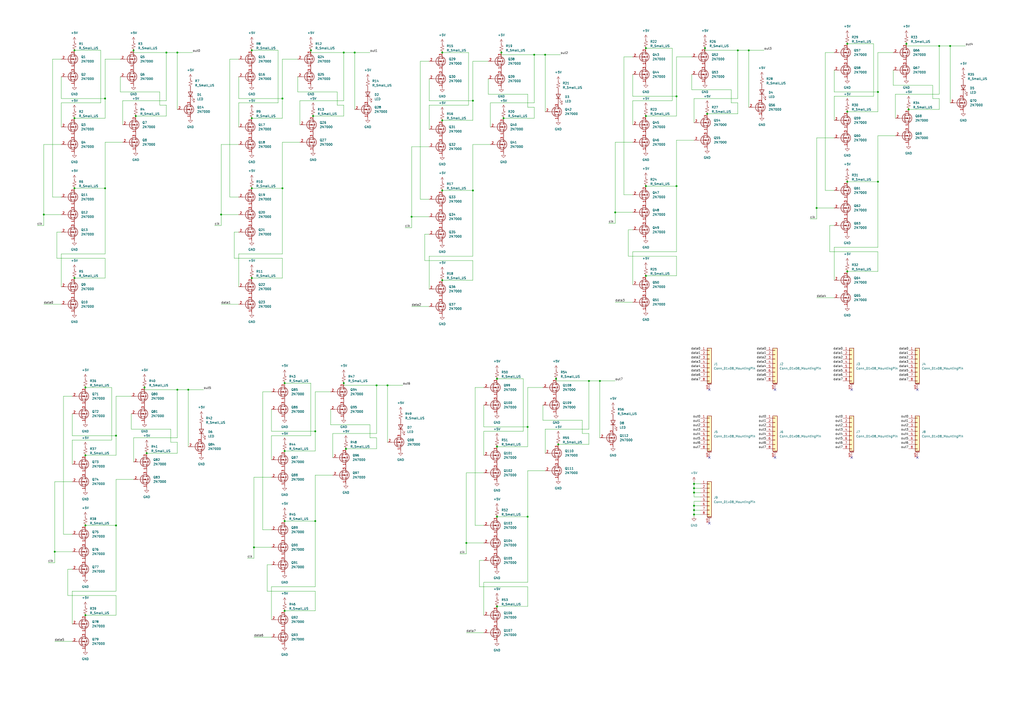
<source format=kicad_sch>
(kicad_sch (version 20231120) (generator "eeschema") (generator_version "8.0")
  (paper "A2")
  (title_block (title "EightBitRegister") (date "2024-04-12") (rev "1"))
  (junction (at 165.1 354.33))
  (junction (at 525.78 25.4))
  (junction (at 274.32 58.42))
  (junction (at 402.59 285.75))
  (junction (at 402.59 295.91))
  (junction (at 67.31 304.8))
  (junction (at 374.65 67.31))
  (junction (at 83.82 224.79))
  (junction (at 402.59 280.67))
  (junction (at 25.4 124.46))
  (junction (at 356.87 123.19))
  (junction (at 199.39 222.25))
  (junction (at 256.54 69.85))
  (junction (at 402.59 293.37))
  (junction (at 402.59 283.21))
  (junction (at 128.27 124.46))
  (junction (at 427.99 29.21))
  (junction (at 306.07 247.65))
  (junction (at 392.43 107.95))
  (junction (at 309.88 31.75))
  (junction (at 147.32 317.5))
  (junction (at 43.18 161.29))
  (junction (at 408.94 27.94))
  (junction (at 205.74 30.48))
  (junction (at 323.85 257.81))
  (junction (at 163.83 57.15))
  (junction (at 165.1 302.26))
  (junction (at 288.29 259.08))
  (junction (at 146.05 29.21))
  (junction (at 527.05 63.5))
  (junction (at 146.05 109.22))
  (junction (at 509.27 105.41))
  (junction (at 146.05 68.58))
  (junction (at 200.66 260.35))
  (junction (at 410.21 66.04))
  (junction (at 491.49 64.77))
  (junction (at 341.63 220.98))
  (junction (at 43.18 29.21))
  (junction (at 77.47 29.21))
  (junction (at 288.29 351.79))
  (junction (at 256.54 110.49))
  (junction (at 256.54 30.48))
  (junction (at 218.44 223.52))
  (junction (at 306.07 299.72))
  (junction (at 434.34 29.21))
  (junction (at 49.53 264.16))
  (junction (at 49.53 224.79))
  (junction (at 31.75 320.04))
  (junction (at 374.65 27.94))
  (junction (at 473.71 120.65))
  (junction (at 67.31 252.73))
  (junction (at 316.23 31.75))
  (junction (at 165.1 222.25))
  (junction (at 544.83 26.67))
  (junction (at 180.34 29.21))
  (junction (at 288.29 299.72))
  (junction (at 182.88 302.26))
  (junction (at 392.43 55.88))
  (junction (at 199.39 30.48))
  (junction (at 43.18 109.22))
  (junction (at 102.87 30.48))
  (junction (at 85.09 262.89))
  (junction (at 347.98 220.98))
  (junction (at 60.96 109.22))
  (junction (at 146.05 161.29))
  (junction (at 292.1 68.58))
  (junction (at 322.58 219.71))
  (junction (at 78.74 67.31))
  (junction (at 551.18 26.67))
  (junction (at 181.61 67.31))
  (junction (at 96.52 30.48))
  (junction (at 165.1 261.62))
  (junction (at 49.53 304.8))
  (junction (at 402.59 298.45))
  (junction (at 60.96 57.15))
  (junction (at 491.49 105.41))
  (junction (at 509.27 53.34))
  (junction (at 374.65 160.02))
  (junction (at 274.32 110.49))
  (junction (at 109.22 226.06))
  (junction (at 491.49 25.4))
  (junction (at 290.83 30.48))
  (junction (at 491.49 157.48))
  (junction (at 102.87 226.06))
  (junction (at 374.65 107.95))
  (junction (at 270.51 314.96))
  (junction (at 163.83 109.22))
  (junction (at 224.79 223.52))
  (junction (at 256.54 162.56))
  (junction (at 49.53 356.87))
  (junction (at 238.76 125.73))
  (junction (at 288.29 219.71))
  (junction (at 182.88 250.19))
  (junction (at 43.18 68.58))
  (no_connect (at 494.03 265.43))
  (no_connect (at 411.48 303.53))
  (no_connect (at 449.58 265.43))
  (no_connect (at 494.03 226.06))
  (no_connect (at 411.48 265.43))
  (no_connect (at 532.13 226.06))
  (no_connect (at 449.58 226.06))
  (no_connect (at 411.48 226.06))
  (no_connect (at 532.13 265.43))
  (wire (pts (xy 427.99 59.69) (xy 424.18 59.69)))
  (wire (pts (xy 224.79 223.52) (xy 224.79 256.54)))
  (wire (pts (xy 473.71 172.72) (xy 483.87 172.72)))
  (wire (pts (xy 322.58 220.98) (xy 341.63 220.98)))
  (wire (pts (xy 33.02 134.62) (xy 35.56 134.62)))
  (wire (pts (xy 30.48 114.3) (xy 35.56 114.3)))
  (wire (pts (xy 402.59 298.45) (xy 402.59 299.72)))
  (wire (pts (xy 246.38 151.13) (xy 246.38 135.89)))
  (wire (pts (xy 182.88 275.59) (xy 193.04 275.59)))
  (wire (pts (xy 60.96 82.55) (xy 71.12 82.55)))
  (wire (pts (xy 248.92 58.42) (xy 274.32 58.42)))
  (wire (pts (xy 406.4 283.21) (xy 402.59 283.21)))
  (wire (pts (xy 60.96 161.29) (xy 60.96 149.86)))
  (wire (pts (xy 341.63 251.46) (xy 337.82 251.46)))
  (wire (pts (xy 25.4 176.53) (xy 35.56 176.53)))
  (wire (pts (xy 406.4 290.83) (xy 402.59 290.83)))
  (wire (pts (xy 483.87 30.48) (xy 478.79 30.48)))
  (wire (pts (xy 195.58 60.96) (xy 195.58 53.34)))
  (wire (pts (xy 172.72 53.34) (xy 172.72 44.45)))
  (wire (pts (xy 67.31 345.44) (xy 39.37 345.44)))
  (wire (pts (xy 102.87 254) (xy 77.47 254)))
  (wire (pts (xy 406.4 293.37) (xy 402.59 293.37)))
  (wire (pts (xy 218.44 251.46) (xy 193.04 251.46)))
  (wire (pts (xy 509.27 105.41) (xy 509.27 143.51)))
  (wire (pts (xy 274.32 151.13) (xy 246.38 151.13)))
  (wire (pts (xy 280.67 224.79) (xy 275.59 224.79)))
  (wire (pts (xy 135.89 149.86) (xy 135.89 134.62)))
  (wire (pts (xy 102.87 256.54) (xy 99.06 256.54)))
  (wire (pts (xy 182.88 302.26) (xy 182.88 340.36)))
  (wire (pts (xy 78.74 67.31) (xy 96.52 67.31)))
  (wire (pts (xy 41.91 255.27) (xy 64.77 255.27)))
  (wire (pts (xy 60.96 147.32) (xy 35.56 147.32)))
  (wire (pts (xy 60.96 57.15) (xy 60.96 68.58)))
  (wire (pts (xy 35.56 147.32) (xy 35.56 166.37)))
  (wire (pts (xy 128.27 124.46) (xy 128.27 130.81)))
  (wire (pts (xy 60.96 109.22) (xy 60.96 147.32)))
  (wire (pts (xy 408.94 27.94) (xy 408.94 29.21)))
  (wire (pts (xy 303.53 250.19) (xy 303.53 219.71)))
  (wire (pts (xy 182.88 340.36) (xy 157.48 340.36)))
  (wire (pts (xy 341.63 257.81) (xy 341.63 251.46)))
  (wire (pts (xy 161.29 59.69) (xy 161.29 29.21)))
  (wire (pts (xy 278.13 325.12) (xy 280.67 325.12)))
  (wire (pts (xy 49.53 264.16) (xy 67.31 264.16)))
  (wire (pts (xy 31.75 320.04) (xy 41.91 320.04)))
  (wire (pts (xy 199.39 222.25) (xy 199.39 223.52)))
  (wire (pts (xy 288.29 351.79) (xy 306.07 351.79)))
  (wire (pts (xy 35.56 83.82) (xy 25.4 83.82)))
  (wire (pts (xy 306.07 273.05) (xy 316.23 273.05)))
  (wire (pts (xy 473.71 80.01) (xy 473.71 120.65)))
  (wire (pts (xy 49.53 224.79) (xy 64.77 224.79)))
  (wire (pts (xy 306.07 54.61) (xy 283.21 54.61)))
  (wire (pts (xy 67.31 252.73) (xy 67.31 229.87)))
  (wire (pts (xy 469.9 127) (xy 473.71 127)))
  (wire (pts (xy 509.27 157.48) (xy 509.27 146.05)))
  (wire (pts (xy 353.06 129.54) (xy 356.87 129.54)))
  (wire (pts (xy 283.21 54.61) (xy 283.21 45.72)))
  (wire (pts (xy 406.4 288.29) (xy 402.59 288.29)))
  (wire (pts (xy 424.18 59.69) (xy 424.18 52.07)))
  (wire (pts (xy 392.43 148.59) (xy 364.49 148.59)))
  (wire (pts (xy 214.63 246.38) (xy 191.77 246.38)))
  (wire (pts (xy 157.48 252.73) (xy 180.34 252.73)))
  (wire (pts (xy 316.23 248.92) (xy 316.23 262.89)))
  (wire (pts (xy 402.59 285.75) (xy 402.59 283.21)))
  (wire (pts (xy 128.27 124.46) (xy 138.43 124.46)))
  (wire (pts (xy 96.52 60.96) (xy 92.71 60.96)))
  (wire (pts (xy 154.94 342.9) (xy 154.94 327.66)))
  (wire (pts (xy 92.71 53.34) (xy 69.85 53.34)))
  (wire (pts (xy 280.67 337.82) (xy 280.67 356.87)))
  (wire (pts (xy 306.07 224.79) (xy 314.96 224.79)))
  (wire (pts (xy 39.37 345.44) (xy 39.37 330.2)))
  (wire (pts (xy 509.27 105.41) (xy 509.27 78.74)))
  (wire (pts (xy 309.88 31.75) (xy 316.23 31.75)))
  (wire (pts (xy 356.87 123.19) (xy 356.87 129.54)))
  (wire (pts (xy 280.67 247.65) (xy 306.07 247.65)))
  (wire (pts (xy 35.56 34.29) (xy 30.48 34.29)))
  (wire (pts (xy 284.48 59.69) (xy 284.48 73.66)))
  (wire (pts (xy 152.4 307.34) (xy 157.48 307.34)))
  (wire (pts (xy 218.44 223.52) (xy 224.79 223.52)))
  (wire (pts (xy 218.44 223.52) (xy 218.44 251.46)))
  (wire (pts (xy 41.91 342.9) (xy 41.91 361.95)))
  (wire (pts (xy 364.49 148.59) (xy 364.49 133.35)))
  (wire (pts (xy 67.31 304.8) (xy 67.31 278.13)))
  (wire (pts (xy 337.82 243.84) (xy 314.96 243.84)))
  (wire (pts (xy 483.87 55.88) (xy 506.73 55.88)))
  (wire (pts (xy 69.85 53.34) (xy 69.85 44.45)))
  (wire (pts (xy 157.48 276.86) (xy 147.32 276.86)))
  (wire (pts (xy 163.83 57.15) (xy 163.83 68.58)))
  (wire (pts (xy 60.96 109.22) (xy 60.96 82.55)))
  (wire (pts (xy 483.87 143.51) (xy 483.87 162.56)))
  (wire (pts (xy 356.87 175.26) (xy 367.03 175.26)))
  (wire (pts (xy 483.87 69.85) (xy 483.87 55.88)))
  (wire (pts (xy 218.44 254) (xy 214.63 254)))
  (wire (pts (xy 157.48 266.7) (xy 157.48 252.73)))
  (wire (pts (xy 392.43 81.28) (xy 402.59 81.28)))
  (wire (pts (xy 238.76 125.73) (xy 248.92 125.73)))
  (wire (pts (xy 316.23 31.75) (xy 325.12 31.75)))
  (wire (pts (xy 102.87 30.48) (xy 102.87 63.5)))
  (wire (pts (xy 124.46 130.81) (xy 128.27 130.81)))
  (wire (pts (xy 238.76 125.73) (xy 238.76 132.08)))
  (wire (pts (xy 43.18 68.58) (xy 60.96 68.58)))
  (wire (pts (xy 306.07 299.72) (xy 306.07 337.82)))
  (wire (pts (xy 427.99 66.04) (xy 427.99 59.69)))
  (wire (pts (xy 248.92 35.56) (xy 243.84 35.56)))
  (wire (pts (xy 205.74 30.48) (xy 205.74 63.5)))
  (wire (pts (xy 367.03 72.39) (xy 367.03 58.42)))
  (wire (pts (xy 77.47 29.21) (xy 77.47 30.48)))
  (wire (pts (xy 256.54 30.48) (xy 271.78 30.48)))
  (wire (pts (xy 406.4 280.67) (xy 402.59 280.67)))
  (wire (pts (xy 509.27 53.34) (xy 509.27 30.48)))
  (wire (pts (xy 138.43 59.69) (xy 161.29 59.69)))
  (wire (pts (xy 163.83 149.86) (xy 135.89 149.86)))
  (wire (pts (xy 199.39 30.48) (xy 205.74 30.48)))
  (wire (pts (xy 364.49 133.35) (xy 367.03 133.35)))
  (wire (pts (xy 271.78 60.96) (xy 271.78 30.48)))
  (wire (pts (xy 199.39 223.52) (xy 218.44 223.52)))
  (wire (pts (xy 76.2 248.92) (xy 76.2 240.03)))
  (wire (pts (xy 280.67 264.16) (xy 280.67 250.19)))
  (wire (pts (xy 25.4 124.46) (xy 25.4 130.81)))
  (wire (pts (xy 218.44 260.35) (xy 218.44 254)))
  (wire (pts (xy 182.88 250.19) (xy 182.88 261.62)))
  (wire (pts (xy 165.1 354.33) (xy 182.88 354.33)))
  (wire (pts (xy 41.91 279.4) (xy 31.75 279.4)))
  (wire (pts (xy 41.91 269.24) (xy 41.91 255.27)))
  (wire (pts (xy 544.83 54.61) (xy 519.43 54.61)))
  (wire (pts (xy 309.88 31.75) (xy 309.88 59.69)))
  (wire (pts (xy 31.75 320.04) (xy 31.75 326.39)))
  (wire (pts (xy 199.39 60.96) (xy 195.58 60.96)))
  (wire (pts (xy 306.07 247.65) (xy 306.07 224.79)))
  (wire (pts (xy 491.49 64.77) (xy 509.27 64.77)))
  (wire (pts (xy 551.18 26.67) (xy 551.18 59.69)))
  (wire (pts (xy 35.56 73.66) (xy 35.56 59.69)))
  (wire (pts (xy 427.99 57.15) (xy 402.59 57.15)))
  (wire (pts (xy 60.96 57.15) (xy 60.96 34.29)))
  (wire (pts (xy 96.52 58.42) (xy 71.12 58.42)))
  (wire (pts (xy 314.96 243.84) (xy 314.96 234.95)))
  (wire (pts (xy 410.21 66.04) (xy 427.99 66.04)))
  (wire (pts (xy 274.32 83.82) (xy 284.48 83.82)))
  (wire (pts (xy 278.13 340.36) (xy 278.13 325.12)))
  (wire (pts (xy 274.32 110.49) (xy 274.32 148.59)))
  (wire (pts (xy 518.16 49.53) (xy 518.16 40.64)))
  (wire (pts (xy 25.4 124.46) (xy 35.56 124.46)))
  (wire (pts (xy 280.67 250.19) (xy 303.53 250.19)))
  (wire (pts (xy 152.4 227.33) (xy 152.4 307.34)))
  (wire (pts (xy 199.39 58.42) (xy 173.99 58.42)))
  (wire (pts (xy 157.48 340.36) (xy 157.48 359.41)))
  (wire (pts (xy 341.63 220.98) (xy 341.63 248.92)))
  (wire (pts (xy 128.27 83.82) (xy 128.27 124.46)))
  (wire (pts (xy 392.43 107.95) (xy 392.43 81.28)))
  (wire (pts (xy 143.51 323.85) (xy 147.32 323.85)))
  (wire (pts (xy 25.4 83.82) (xy 25.4 124.46)))
  (wire (pts (xy 83.82 224.79) (xy 83.82 226.06)))
  (wire (pts (xy 49.53 356.87) (xy 67.31 356.87)))
  (wire (pts (xy 67.31 356.87) (xy 67.31 345.44)))
  (wire (pts (xy 67.31 278.13) (xy 77.47 278.13)))
  (wire (pts (xy 275.59 224.79) (xy 275.59 304.8)))
  (wire (pts (xy 473.71 120.65) (xy 473.71 127)))
  (wire (pts (xy 102.87 30.48) (xy 111.76 30.48)))
  (wire (pts (xy 64.77 255.27) (xy 64.77 224.79)))
  (wire (pts (xy 275.59 304.8) (xy 280.67 304.8)))
  (wire (pts (xy 163.83 34.29) (xy 172.72 34.29)))
  (wire (pts (xy 248.92 85.09) (xy 238.76 85.09)))
  (wire (pts (xy 138.43 44.45) (xy 138.43 57.15)))
  (wire (pts (xy 60.96 149.86) (xy 33.02 149.86)))
  (wire (pts (xy 280.67 234.95) (xy 280.67 247.65)))
  (wire (pts (xy 392.43 33.02) (xy 401.32 33.02)))
  (wire (pts (xy 309.88 68.58) (xy 309.88 62.23)))
  (wire (pts (xy 406.4 285.75) (xy 402.59 285.75)))
  (wire (pts (xy 30.48 34.29) (xy 30.48 114.3)))
  (wire (pts (xy 481.33 130.81) (xy 483.87 130.81)))
  (wire (pts (xy 165.1 261.62) (xy 182.88 261.62)))
  (wire (pts (xy 367.03 58.42) (xy 389.89 58.42)))
  (wire (pts (xy 165.1 222.25) (xy 180.34 222.25)))
  (wire (pts (xy 544.83 63.5) (xy 544.83 57.15)))
  (wire (pts (xy 288.29 219.71) (xy 303.53 219.71)))
  (wire (pts (xy 402.59 57.15) (xy 402.59 71.12)))
  (wire (pts (xy 238.76 177.8) (xy 248.92 177.8)))
  (wire (pts (xy 147.32 317.5) (xy 147.32 323.85)))
  (wire (pts (xy 182.88 227.33) (xy 191.77 227.33)))
  (wire (pts (xy 67.31 342.9) (xy 41.91 342.9)))
  (wire (pts (xy 274.32 110.49) (xy 274.32 83.82)))
  (wire (pts (xy 96.52 30.48) (xy 102.87 30.48)))
  (wire (pts (xy 290.83 30.48) (xy 290.83 31.75)))
  (wire (pts (xy 31.75 372.11) (xy 41.91 372.11)))
  (wire (pts (xy 434.34 29.21) (xy 434.34 62.23)))
  (wire (pts (xy 163.83 57.15) (xy 163.83 34.29)))
  (wire (pts (xy 280.67 274.32) (xy 270.51 274.32)))
  (wire (pts (xy 374.65 160.02) (xy 392.43 160.02)))
  (wire (pts (xy 274.32 148.59) (xy 248.92 148.59)))
  (wire (pts (xy 389.89 58.42) (xy 389.89 27.94)))
  (wire (pts (xy 541.02 57.15) (xy 541.02 49.53)))
  (wire (pts (xy 96.52 67.31) (xy 96.52 60.96)))
  (wire (pts (xy 491.49 25.4) (xy 506.73 25.4)))
  (wire (pts (xy 541.02 49.53) (xy 518.16 49.53)))
  (wire (pts (xy 424.18 52.07) (xy 401.32 52.07)))
  (wire (pts (xy 99.06 256.54) (xy 99.06 248.92)))
  (wire (pts (xy 133.35 114.3) (xy 138.43 114.3)))
  (wire (pts (xy 248.92 148.59) (xy 248.92 167.64)))
  (wire (pts (xy 367.03 33.02) (xy 361.95 33.02)))
  (wire (pts (xy 337.82 251.46) (xy 337.82 243.84)))
  (wire (pts (xy 306.07 337.82) (xy 280.67 337.82)))
  (wire (pts (xy 35.56 59.69) (xy 58.42 59.69)))
  (wire (pts (xy 266.7 321.31) (xy 270.51 321.31)))
  (wire (pts (xy 154.94 327.66) (xy 157.48 327.66)))
  (wire (pts (xy 67.31 229.87) (xy 76.2 229.87)))
  (wire (pts (xy 35.56 44.45) (xy 35.56 57.15)))
  (wire (pts (xy 135.89 134.62) (xy 138.43 134.62)))
  (wire (pts (xy 356.87 123.19) (xy 367.03 123.19)))
  (wire (pts (xy 41.91 252.73) (xy 67.31 252.73)))
  (wire (pts (xy 147.32 317.5) (xy 157.48 317.5)))
  (wire (pts (xy 41.91 240.03) (xy 41.91 252.73)))
  (wire (pts (xy 402.59 290.83) (xy 402.59 293.37)))
  (wire (pts (xy 306.07 247.65) (xy 306.07 259.08)))
  (wire (pts (xy 483.87 80.01) (xy 473.71 80.01)))
  (wire (pts (xy 341.63 220.98) (xy 347.98 220.98)))
  (wire (pts (xy 491.49 157.48) (xy 509.27 157.48)))
  (wire (pts (xy 27.94 326.39) (xy 31.75 326.39)))
  (wire (pts (xy 322.58 219.71) (xy 322.58 220.98)))
  (wire (pts (xy 102.87 226.06) (xy 102.87 254)))
  (wire (pts (xy 274.32 162.56) (xy 274.32 151.13)))
  (wire (pts (xy 157.48 250.19) (xy 182.88 250.19)))
  (wire (pts (xy 193.04 251.46) (xy 193.04 265.43)))
  (wire (pts (xy 374.65 27.94) (xy 389.89 27.94)))
  (wire (pts (xy 341.63 248.92) (xy 316.23 248.92)))
  (wire (pts (xy 519.43 54.61) (xy 519.43 68.58)))
  (wire (pts (xy 256.54 69.85) (xy 274.32 69.85)))
  (wire (pts (xy 316.23 31.75) (xy 316.23 64.77)))
  (wire (pts (xy 146.05 29.21) (xy 161.29 29.21)))
  (wire (pts (xy 367.03 146.05) (xy 367.03 165.1)))
  (wire (pts (xy 128.27 176.53) (xy 138.43 176.53)))
  (wire (pts (xy 527.05 63.5) (xy 544.83 63.5)))
  (wire (pts (xy 163.83 82.55) (xy 173.99 82.55)))
  (wire (pts (xy 67.31 304.8) (xy 67.31 342.9)))
  (wire (pts (xy 306.07 340.36) (xy 278.13 340.36)))
  (wire (pts (xy 199.39 67.31) (xy 199.39 60.96)))
  (wire (pts (xy 544.83 26.67) (xy 551.18 26.67)))
  (wire (pts (xy 323.85 257.81) (xy 341.63 257.81)))
  (wire (pts (xy 401.32 52.07) (xy 401.32 43.18)))
  (wire (pts (xy 347.98 220.98) (xy 347.98 254)))
  (wire (pts (xy 274.32 35.56) (xy 283.21 35.56)))
  (wire (pts (xy 180.34 29.21) (xy 180.34 30.48)))
  (wire (pts (xy 214.63 254) (xy 214.63 246.38)))
  (wire (pts (xy 163.83 109.22) (xy 163.83 147.32)))
  (wire (pts (xy 182.88 354.33) (xy 182.88 342.9)))
  (wire (pts (xy 102.87 226.06) (xy 109.22 226.06)))
  (wire (pts (xy 133.35 34.29) (xy 133.35 114.3)))
  (wire (pts (xy 402.59 288.29) (xy 402.59 285.75)))
  (wire (pts (xy 21.59 130.81) (xy 25.4 130.81)))
  (wire (pts (xy 248.92 45.72) (xy 248.92 58.42)))
  (wire (pts (xy 35.56 57.15) (xy 60.96 57.15)))
  (wire (pts (xy 392.43 107.95) (xy 392.43 146.05)))
  (wire (pts (xy 182.88 250.19) (xy 182.88 227.33)))
  (wire (pts (xy 402.59 283.21) (xy 402.59 280.67)))
  (wire (pts (xy 306.07 299.72) (xy 306.07 273.05)))
  (wire (pts (xy 292.1 68.58) (xy 309.88 68.58)))
  (wire (pts (xy 109.22 226.06) (xy 118.11 226.06)))
  (wire (pts (xy 356.87 82.55) (xy 356.87 123.19)))
  (wire (pts (xy 288.29 259.08) (xy 306.07 259.08)))
  (wire (pts (xy 195.58 53.34) (xy 172.72 53.34)))
  (wire (pts (xy 238.76 85.09) (xy 238.76 125.73)))
  (wire (pts (xy 199.39 30.48) (xy 199.39 58.42)))
  (wire (pts (xy 509.27 30.48) (xy 518.16 30.48)))
  (wire (pts (xy 146.05 109.22) (xy 163.83 109.22)))
  (wire (pts (xy 309.88 62.23) (xy 306.07 62.23)))
  (wire (pts (xy 234.95 132.08) (xy 238.76 132.08)))
  (wire (pts (xy 256.54 162.56) (xy 274.32 162.56)))
  (wire (pts (xy 243.84 115.57) (xy 248.92 115.57)))
  (wire (pts (xy 402.59 280.67) (xy 402.59 279.4)))
  (wire (pts (xy 147.32 276.86) (xy 147.32 317.5)))
  (wire (pts (xy 41.91 229.87) (xy 36.83 229.87)))
  (wire (pts (xy 138.43 34.29) (xy 133.35 34.29)))
  (wire (pts (xy 138.43 147.32) (xy 138.43 166.37)))
  (wire (pts (xy 31.75 279.4) (xy 31.75 320.04)))
  (wire (pts (xy 256.54 110.49) (xy 274.32 110.49)))
  (wire (pts (xy 146.05 68.58) (xy 163.83 68.58)))
  (wire (pts (xy 361.95 33.02) (xy 361.95 113.03)))
  (wire (pts (xy 67.31 252.73) (xy 67.31 264.16)))
  (wire (pts (xy 77.47 254) (xy 77.47 267.97)))
  (wire (pts (xy 49.53 304.8) (xy 67.31 304.8)))
  (wire (pts (xy 309.88 59.69) (xy 284.48 59.69)))
  (wire (pts (xy 402.59 293.37) (xy 402.59 295.91)))
  (wire (pts (xy 180.34 252.73) (xy 180.34 222.25)))
  (wire (pts (xy 43.18 109.22) (xy 60.96 109.22)))
  (wire (pts (xy 434.34 29.21) (xy 443.23 29.21)))
  (wire (pts (xy 182.88 302.26) (xy 182.88 275.59)))
  (wire (pts (xy 163.83 109.22) (xy 163.83 82.55)))
  (wire (pts (xy 224.79 223.52) (xy 233.68 223.52)))
  (wire (pts (xy 147.32 369.57) (xy 157.48 369.57)))
  (wire (pts (xy 288.29 299.72) (xy 306.07 299.72)))
  (wire (pts (xy 374.65 107.95) (xy 392.43 107.95)))
  (wire (pts (xy 83.82 226.06) (xy 102.87 226.06)))
  (wire (pts (xy 191.77 246.38) (xy 191.77 237.49)))
  (wire (pts (xy 163.83 147.32) (xy 138.43 147.32)))
  (wire (pts (xy 544.83 57.15) (xy 541.02 57.15)))
  (wire (pts (xy 92.71 60.96) (xy 92.71 53.34)))
  (wire (pts (xy 173.99 58.42) (xy 173.99 72.39)))
  (wire (pts (xy 39.37 330.2) (xy 41.91 330.2)))
  (wire (pts (xy 367.03 82.55) (xy 356.87 82.55)))
  (wire (pts (xy 146.05 161.29) (xy 163.83 161.29)))
  (wire (pts (xy 392.43 55.88) (xy 392.43 33.02)))
  (wire (pts (xy 165.1 302.26) (xy 182.88 302.26)))
  (wire (pts (xy 427.99 29.21) (xy 434.34 29.21)))
  (wire (pts (xy 85.09 262.89) (xy 102.87 262.89)))
  (wire (pts (xy 392.43 146.05) (xy 367.03 146.05)))
  (wire (pts (xy 246.38 135.89) (xy 248.92 135.89)))
  (wire (pts (xy 483.87 53.34) (xy 509.27 53.34)))
  (wire (pts (xy 138.43 57.15) (xy 163.83 57.15)))
  (wire (pts (xy 163.83 161.29) (xy 163.83 149.86)))
  (wire (pts (xy 77.47 30.48) (xy 96.52 30.48)))
  (wire (pts (xy 109.22 226.06) (xy 109.22 259.08)))
  (wire (pts (xy 392.43 160.02) (xy 392.43 148.59)))
  (wire (pts (xy 392.43 55.88) (xy 392.43 67.31)))
  (wire (pts (xy 374.65 67.31) (xy 392.43 67.31)))
  (wire (pts (xy 36.83 229.87) (xy 36.83 309.88)))
  (wire (pts (xy 243.84 35.56) (xy 243.84 115.57)))
  (wire (pts (xy 478.79 30.48) (xy 478.79 110.49)))
  (wire (pts (xy 483.87 40.64) (xy 483.87 53.34)))
  (wire (pts (xy 181.61 67.31) (xy 199.39 67.31)))
  (wire (pts (xy 408.94 29.21) (xy 427.99 29.21)))
  (wire (pts (xy 138.43 83.82) (xy 128.27 83.82)))
  (wire (pts (xy 509.27 78.74) (xy 519.43 78.74)))
  (wire (pts (xy 367.03 55.88) (xy 392.43 55.88)))
  (wire (pts (xy 347.98 220.98) (xy 356.87 220.98)))
  (wire (pts (xy 248.92 60.96) (xy 271.78 60.96)))
  (wire (pts (xy 200.66 260.35) (xy 218.44 260.35)))
  (wire (pts (xy 96.52 30.48) (xy 96.52 58.42)))
  (wire (pts (xy 306.07 351.79) (xy 306.07 340.36)))
  (wire (pts (xy 60.96 34.29) (xy 69.85 34.29)))
  (wire (pts (xy 33.02 149.86) (xy 33.02 134.62)))
  (wire (pts (xy 43.18 161.29) (xy 60.96 161.29)))
  (wire (pts (xy 71.12 58.42) (xy 71.12 72.39)))
  (wire (pts (xy 157.48 237.49) (xy 157.48 250.19)))
  (wire (pts (xy 274.32 58.42) (xy 274.32 35.56)))
  (wire (pts (xy 544.83 26.67) (xy 544.83 54.61)))
  (wire (pts (xy 99.06 248.92) (xy 76.2 248.92)))
  (wire (pts (xy 36.83 309.88) (xy 41.91 309.88)))
  (wire (pts (xy 270.51 367.03) (xy 280.67 367.03)))
  (wire (pts (xy 478.79 110.49) (xy 483.87 110.49)))
  (wire (pts (xy 481.33 146.05) (xy 481.33 130.81)))
  (wire (pts (xy 205.74 30.48) (xy 214.63 30.48)))
  (wire (pts (xy 180.34 30.48) (xy 199.39 30.48)))
  (wire (pts (xy 248.92 74.93) (xy 248.92 60.96)))
  (wire (pts (xy 290.83 31.75) (xy 309.88 31.75)))
  (wire (pts (xy 491.49 105.41) (xy 509.27 105.41)))
  (wire (pts (xy 406.4 295.91) (xy 402.59 295.91)))
  (wire (pts (xy 402.59 295.91) (xy 402.59 298.45)))
  (wire (pts (xy 427.99 29.21) (xy 427.99 57.15)))
  (wire (pts (xy 138.43 73.66) (xy 138.43 59.69)))
  (wire (pts (xy 270.51 274.32) (xy 270.51 314.96)))
  (wire (pts (xy 270.51 314.96) (xy 270.51 321.31)))
  (wire (pts (xy 509.27 143.51) (xy 483.87 143.51)))
  (wire (pts (xy 182.88 342.9) (xy 154.94 342.9)))
  (wire (pts (xy 551.18 26.67) (xy 560.07 26.67)))
  (wire (pts (xy 506.73 55.88) (xy 506.73 25.4)))
  (wire (pts (xy 509.27 53.34) (xy 509.27 64.77)))
  (wire (pts (xy 102.87 262.89) (xy 102.87 256.54)))
  (wire (pts (xy 525.78 26.67) (xy 544.83 26.67)))
  (wire (pts (xy 43.18 29.21) (xy 58.42 29.21)))
  (wire (pts (xy 406.4 298.45) (xy 402.59 298.45)))
  (wire (pts (xy 367.03 43.18) (xy 367.03 55.88)))
  (wire (pts (xy 525.78 25.4) (xy 525.78 26.67)))
  (wire (pts (xy 473.71 120.65) (xy 483.87 120.65)))
  (wire (pts (xy 274.32 58.42) (xy 274.32 69.85)))
  (wire (pts (xy 361.95 113.03) (xy 367.03 113.03)))
  (wire (pts (xy 306.07 62.23) (xy 306.07 54.61)))
  (wire (pts (xy 58.42 59.69) (xy 58.42 29.21)))
  (wire (pts (xy 157.48 227.33) (xy 152.4 227.33)))
  (wire (pts (xy 509.27 146.05) (xy 481.33 146.05)))
  (wire (pts (xy 270.51 314.96) (xy 280.67 314.96)))
  (label "data0" (at 488.95 203.2 180))
  (label "clk" (at 143.51 323.85 0))
  (label "out6" (at 233.68 223.52 0))
  (label "out4" (at 444.5 252.73 180))
  (label "out3" (at 406.4 250.19 180))
  (label "data1" (at 527.05 205.74 180))
  (label "out6" (at 444.5 257.81 180))
  (label "data3" (at 527.05 210.82 180))
  (label "out0" (at 111.76 30.48 0))
  (label "data7" (at 406.4 220.98 180))
  (label "out7" (at 444.5 260.35 180))
  (label "clk" (at 469.9 127 0))
  (label "data2" (at 238.76 177.8 0))
  (label "out5" (at 118.11 226.06 0))
  (label "out3" (at 527.05 250.19 180))
  (label "data5" (at 31.75 372.11 0))
  (label "data4" (at 488.95 213.36 180))
  (label "out2" (at 527.05 247.65 180))
  (label "out5" (at 406.4 255.27 180))
  (label "data1" (at 488.95 205.74 180))
  (label "data7" (at 488.95 220.98 180))
  (label "out5" (at 444.5 255.27 180))
  (label "out5" (at 527.05 255.27 180))
  (label "out6" (at 406.4 257.81 180))
  (label "data7" (at 270.51 367.03 0))
  (label "data3" (at 488.95 210.82 180))
  (label "out4" (at 560.07 26.67 0))
  (label "data0" (at 406.4 203.2 180))
  (label "data0" (at 444.5 203.2 180))
  (label "data3" (at 356.87 175.26 0))
  (label "out1" (at 527.05 245.11 180))
  (label "data5" (at 406.4 215.9 180))
  (label "data2" (at 488.95 208.28 180))
  (label "out7" (at 488.95 260.35 180))
  (label "data6" (at 488.95 218.44 180))
  (label "out4" (at 527.05 252.73 180))
  (label "out4" (at 406.4 252.73 180))
  (label "out0" (at 444.5 242.57 180))
  (label "data3" (at 406.4 210.82 180))
  (label "out1" (at 406.4 245.11 180))
  (label "data6" (at 527.05 218.44 180))
  (label "data5" (at 488.95 215.9 180))
  (label "out2" (at 444.5 247.65 180))
  (label "data2" (at 444.5 208.28 180))
  (label "data6" (at 147.32 369.57 0))
  (label "out7" (at 527.05 260.35 180))
  (label "clk" (at 124.46 130.81 0))
  (label "data0" (at 527.05 203.2 180))
  (label "out1" (at 444.5 245.11 180))
  (label "out5" (at 488.95 255.27 180))
  (label "clk" (at 234.95 132.08 0))
  (label "data7" (at 444.5 220.98 180))
  (label "data4" (at 444.5 213.36 180))
  (label "clk" (at 21.59 130.81 0))
  (label "data5" (at 527.05 215.9 180))
  (label "out0" (at 488.95 242.57 180))
  (label "out3" (at 444.5 250.19 180))
  (label "data1" (at 444.5 205.74 180))
  (label "out6" (at 527.05 257.81 180))
  (label "data5" (at 444.5 215.9 180))
  (label "data7" (at 527.05 220.98 180))
  (label "data1" (at 128.27 176.53 0))
  (label "out3" (at 488.95 250.19 180))
  (label "data4" (at 527.05 213.36 180))
  (label "data6" (at 406.4 218.44 180))
  (label "out6" (at 488.95 257.81 180))
  (label "out0" (at 406.4 242.57 180))
  (label "data4" (at 473.71 172.72 0))
  (label "data0" (at 25.4 176.53 0))
  (label "data6" (at 444.5 218.44 180))
  (label "clk" (at 353.06 129.54 0))
  (label "out1" (at 214.63 30.48 0))
  (label "out2" (at 325.12 31.75 0))
  (label "out7" (at 356.87 220.98 0))
  (label "data3" (at 444.5 210.82 180))
  (label "out4" (at 488.95 252.73 180))
  (label "clk" (at 266.7 321.31 0))
  (label "out3" (at 443.23 29.21 0))
  (label "out0" (at 527.05 242.57 180))
  (label "data4" (at 406.4 213.36 180))
  (label "data2" (at 406.4 208.28 180))
  (label "data1" (at 406.4 205.74 180))
  (label "out2" (at 488.95 247.65 180))
  (label "out2" (at 406.4 247.65 180))
  (label "data2" (at 527.05 208.28 180))
  (label "clk" (at 27.94 326.39 0))
  (label "out1" (at 488.95 245.11 180))
  (label "out7" (at 406.4 260.35 180))
  (symbol (lib_id "Transistor_FET:2N7000") (at 488.95 162.56 0) (unit 1)
    (property "Reference" "Q64" (at 495.3 161.2899 0) (effects (justify left)))
    (property "Value" "2N7000" (at 495.3 163.8299 0) (effects (justify left)))
    (property "Footprint" "Package_TO_SOT_THT:TO-92_Inline" (effects (hide yes)))
    (property "Datasheet" "https://www.vishay.com/docs/70226/70226.pdf" (effects (hide yes)))
    (property "Description" "0.2A Id, 200V Vds, N-Channel MOSFET, 2.6V Logic Level, TO-92" (effects (hide yes)))
  )
  (symbol (lib_id "power:+5V") (at 49.53 219.71 0) (unit 1)
    (property "Reference" "#PWR071" (effects (hide yes)))
    (property "Value" "+5V" (at 49.53 214.63 0))
    (property "Description" "Power symbol creates a global label with name \"+5V\"" (effects (hide yes)))
  )
  (symbol (lib_id "Device:R_Small_US") (at 323.85 255.27 0) (unit 1)
    (property "Reference" "R55" (at 326.39 253.9999 0) (effects (justify left)))
    (property "Value" "R_Small_US" (at 326.39 256.5399 0) (effects (justify left)))
    (property "Footprint" "Resistor_SMD:R_0805_2012Metric_Pad1.20x1.40mm_HandSolder" (effects (hide yes)))
    (property "Description" "Resistor, small US symbol" (effects (hide yes)))
  )
  (symbol (lib_id "Transistor_FET:2N7000") (at 40.64 44.45 0) (unit 1)
    (property "Reference" "Q2" (at 46.99 43.1799 0) (effects (justify left)))
    (property "Value" "2N7000" (at 46.99 45.7199 0) (effects (justify left)))
    (property "Footprint" "Package_TO_SOT_THT:TO-92_Inline" (effects (hide yes)))
    (property "Datasheet" "https://www.vishay.com/docs/70226/70226.pdf" (effects (hide yes)))
    (property "Description" "0.2A Id, 200V Vds, N-Channel MOSFET, 2.6V Logic Level, TO-92" (effects (hide yes)))
  )
  (symbol (lib_id "Transistor_FET:2N7000") (at 114.3 259.08 0) (unit 1)
    (property "Reference" "Q84" (at 120.65 257.8099 0) (effects (justify left)))
    (property "Value" "2N7000" (at 120.65 260.3499 0) (effects (justify left)))
    (property "Footprint" "Package_TO_SOT_THT:TO-92_Inline" (effects (hide yes)))
    (property "Datasheet" "https://www.vishay.com/docs/70226/70226.pdf" (effects (hide yes)))
    (property "Description" "0.2A Id, 200V Vds, N-Channel MOSFET, 2.6V Logic Level, TO-92" (effects (hide yes)))
  )
  (symbol (lib_id "power:GND") (at 374.65 180.34 0) (unit 1)
    (property "Reference" "#PWR050" (effects (hide yes)))
    (property "Value" "GND" (at 374.65 185.42 0))
    (property "Description" "Power symbol creates a global label with name \"GND\" , ground" (effects (hide yes)))
  )
  (symbol (lib_id "Device:R_Small_US") (at 491.49 62.23 0) (unit 1)
    (property "Reference" "R30" (at 494.03 60.9599 0) (effects (justify left)))
    (property "Value" "R_Small_US" (at 494.03 63.4999 0) (effects (justify left)))
    (property "Footprint" "Resistor_SMD:R_0805_2012Metric_Pad1.20x1.40mm_HandSolder" (effects (hide yes)))
    (property "Description" "Resistor, small US symbol" (effects (hide yes)))
  )
  (symbol (lib_id "power:+5V") (at 78.74 62.23 0) (unit 1)
    (property "Reference" "#PWR07" (effects (hide yes)))
    (property "Value" "+5V" (at 78.74 57.15 0))
    (property "Description" "Power symbol creates a global label with name \"+5V\"" (effects (hide yes)))
  )
  (symbol (lib_id "Transistor_FET:2N7000") (at 321.31 262.89 0) (unit 1)
    (property "Reference" "Q110" (at 327.66 261.6199 0) (effects (justify left)))
    (property "Value" "2N7000" (at 327.66 264.1599 0) (effects (justify left)))
    (property "Footprint" "Package_TO_SOT_THT:TO-92_Inline" (effects (hide yes)))
    (property "Datasheet" "https://www.vishay.com/docs/70226/70226.pdf" (effects (hide yes)))
    (property "Description" "0.2A Id, 200V Vds, N-Channel MOSFET, 2.6V Logic Level, TO-92" (effects (hide yes)))
  )
  (symbol (lib_id "Transistor_FET:2N7000") (at 320.04 234.95 0) (unit 1)
    (property "Reference" "Q109" (at 326.39 233.6799 0) (effects (justify left)))
    (property "Value" "2N7000" (at 326.39 236.2199 0) (effects (justify left)))
    (property "Footprint" "Package_TO_SOT_THT:TO-92_Inline" (effects (hide yes)))
    (property "Datasheet" "https://www.vishay.com/docs/70226/70226.pdf" (effects (hide yes)))
    (property "Description" "0.2A Id, 200V Vds, N-Channel MOSFET, 2.6V Logic Level, TO-92" (effects (hide yes)))
  )
  (symbol (lib_id "power:GND") (at 323.85 69.85 0) (unit 1)
    (property "Reference" "#PWR042" (effects (hide yes)))
    (property "Value" "GND" (at 323.85 74.93 0))
    (property "Description" "Power symbol creates a global label with name \"GND\" , ground" (effects (hide yes)))
  )
  (symbol (lib_id "power:GND") (at 181.61 87.63 0) (unit 1)
    (property "Reference" "#PWR026" (effects (hide yes)))
    (property "Value" "GND" (at 181.61 92.71 0))
    (property "Description" "Power symbol creates a global label with name \"GND\" , ground" (effects (hide yes)))
  )
  (symbol (lib_id "power:+5V") (at 165.1 217.17 0) (unit 1)
    (property "Reference" "#PWR085" (effects (hide yes)))
    (property "Value" "+5V" (at 165.1 212.09 0))
    (property "Description" "Power symbol creates a global label with name \"+5V\"" (effects (hide yes)))
  )
  (symbol (lib_id "Transistor_FET:2N7000") (at 285.75 356.87 0) (unit 1)
    (property "Reference" "Q106" (at 292.1 355.5999 0) (effects (justify left)))
    (property "Value" "2N7000" (at 292.1 358.1399 0) (effects (justify left)))
    (property "Footprint" "Package_TO_SOT_THT:TO-92_Inline" (effects (hide yes)))
    (property "Datasheet" "https://www.vishay.com/docs/70226/70226.pdf" (effects (hide yes)))
    (property "Description" "0.2A Id, 200V Vds, N-Channel MOSFET, 2.6V Logic Level, TO-92" (effects (hide yes)))
  )
  (symbol (lib_id "power:+5V") (at 199.39 217.17 0) (unit 1)
    (property "Reference" "#PWR093" (effects (hide yes)))
    (property "Value" "+5V" (at 199.39 212.09 0))
    (property "Description" "Power symbol creates a global label with name \"+5V\"" (effects (hide yes)))
  )
  (symbol (lib_id "Transistor_FET:2N7000") (at 198.12 275.59 0) (unit 1)
    (property "Reference" "Q97" (at 204.47 274.3199 0) (effects (justify left)))
    (property "Value" "2N7000" (at 204.47 276.8599 0) (effects (justify left)))
    (property "Footprint" "Package_TO_SOT_THT:TO-92_Inline" (effects (hide yes)))
    (property "Datasheet" "https://www.vishay.com/docs/70226/70226.pdf" (effects (hide yes)))
    (property "Description" "0.2A Id, 200V Vds, N-Channel MOSFET, 2.6V Logic Level, TO-92" (effects (hide yes)))
  )
  (symbol (lib_id "power:GND") (at 374.65 48.26 0) (unit 1)
    (property "Reference" "#PWR044" (effects (hide yes)))
    (property "Value" "GND" (at 374.65 53.34 0))
    (property "Description" "Power symbol creates a global label with name \"GND\" , ground" (effects (hide yes)))
  )
  (symbol (lib_id "power:GND") (at 213.36 68.58 0) (unit 1)
    (property "Reference" "#PWR028" (effects (hide yes)))
    (property "Value" "GND" (at 213.36 73.66 0))
    (property "Description" "Power symbol creates a global label with name \"GND\" , ground" (effects (hide yes)))
  )
  (symbol (lib_id "Transistor_FET:2N7000") (at 372.11 113.03 0) (unit 1)
    (property "Reference" "Q47" (at 378.46 111.7599 0) (effects (justify left)))
    (property "Value" "2N7000" (at 378.46 114.2999 0) (effects (justify left)))
    (property "Footprint" "Package_TO_SOT_THT:TO-92_Inline" (effects (hide yes)))
    (property "Datasheet" "https://www.vishay.com/docs/70226/70226.pdf" (effects (hide yes)))
    (property "Description" "0.2A Id, 200V Vds, N-Channel MOSFET, 2.6V Logic Level, TO-92" (effects (hide yes)))
  )
  (symbol (lib_id "power:GND") (at 49.53 335.28 0) (unit 1)
    (property "Reference" "#PWR076" (effects (hide yes)))
    (property "Value" "GND" (at 49.53 340.36 0))
    (property "Description" "Power symbol creates a global label with name \"GND\" , ground" (effects (hide yes)))
  )
  (symbol (lib_id "Device:R_Small_US") (at 181.61 64.77 0) (unit 1)
    (property "Reference" "R13" (at 184.15 63.4999 0) (effects (justify left)))
    (property "Value" "R_Small_US" (at 184.15 66.0399 0) (effects (justify left)))
    (property "Footprint" "Resistor_SMD:R_0805_2012Metric_Pad1.20x1.40mm_HandSolder" (effects (hide yes)))
    (property "Description" "Resistor, small US symbol" (effects (hide yes)))
  )
  (symbol (lib_id "Device:R_Small_US") (at 441.96 46.99 0) (unit 1)
    (property "Reference" "R28" (at 444.5 45.7199 0) (effects (justify left)))
    (property "Value" "R_Small_US" (at 444.5 48.2599 0) (effects (justify left)))
    (property "Footprint" "Resistor_SMD:R_0805_2012Metric_Pad1.20x1.40mm_HandSolder" (effects (hide yes)))
    (property "Description" "Resistor, small US symbol" (effects (hide yes)))
  )
  (symbol (lib_id "Transistor_FET:2N7000") (at 524.51 68.58 0) (unit 1)
    (property "Reference" "Q68" (at 530.86 67.3099 0) (effects (justify left)))
    (property "Value" "2N7000" (at 530.86 69.8499 0) (effects (justify left)))
    (property "Footprint" "Package_TO_SOT_THT:TO-92_Inline" (effects (hide yes)))
    (property "Datasheet" "https://www.vishay.com/docs/70226/70226.pdf" (effects (hide yes)))
    (property "Description" "0.2A Id, 200V Vds, N-Channel MOSFET, 2.6V Logic Level, TO-92" (effects (hide yes)))
  )
  (symbol (lib_id "Transistor_FET:2N7000") (at 177.8 44.45 0) (unit 1)
    (property "Reference" "Q25" (at 184.15 43.1799 0) (effects (justify left)))
    (property "Value" "2N7000" (at 184.15 45.7199 0) (effects (justify left)))
    (property "Footprint" "Package_TO_SOT_THT:TO-92_Inline" (effects (hide yes)))
    (property "Datasheet" "https://www.vishay.com/docs/70226/70226.pdf" (effects (hide yes)))
    (property "Description" "0.2A Id, 200V Vds, N-Channel MOSFET, 2.6V Logic Level, TO-92" (effects (hide yes)))
  )
  (symbol (lib_id "power:GND") (at 200.66 280.67 0) (unit 1)
    (property "Reference" "#PWR096" (effects (hide yes)))
    (property "Value" "GND" (at 200.66 285.75 0))
    (property "Description" "Power symbol creates a global label with name \"GND\" , ground" (effects (hide yes)))
  )
  (symbol (lib_id "Device:LED") (at 441.96 53.34 90) (unit 1)
    (property "Reference" "D4" (at 445.77 53.6574 90) (effects (justify right)))
    (property "Value" "LED" (at 445.77 56.1974 90) (effects (justify right)))
    (property "Footprint" "LED_THT:LED_D5.0mm" (effects (hide yes)))
    (property "Description" "Light emitting diode" (effects (hide yes)))
  )
  (symbol (lib_id "Transistor_FET:2N7000") (at 406.4 33.02 0) (unit 1)
    (property "Reference" "Q52" (at 412.75 31.7499 0) (effects (justify left)))
    (property "Value" "2N7000" (at 412.75 34.2899 0) (effects (justify left)))
    (property "Footprint" "Package_TO_SOT_THT:TO-92_Inline" (effects (hide yes)))
    (property "Datasheet" "https://www.vishay.com/docs/70226/70226.pdf" (effects (hide yes)))
    (property "Description" "0.2A Id, 200V Vds, N-Channel MOSFET, 2.6V Logic Level, TO-92" (effects (hide yes)))
  )
  (symbol (lib_id "Transistor_FET:2N7000") (at 46.99 372.11 0) (unit 1)
    (property "Reference" "Q79" (at 53.34 370.8399 0) (effects (justify left)))
    (property "Value" "2N7000" (at 53.34 373.3799 0) (effects (justify left)))
    (property "Footprint" "Package_TO_SOT_THT:TO-92_Inline" (effects (hide yes)))
    (property "Datasheet" "https://www.vishay.com/docs/70226/70226.pdf" (effects (hide yes)))
    (property "Description" "0.2A Id, 200V Vds, N-Channel MOSFET, 2.6V Logic Level, TO-92" (effects (hide yes)))
  )
  (symbol (lib_id "Device:R_Small_US") (at 256.54 107.95 0) (unit 1)
    (property "Reference" "R17" (at 259.08 106.6799 0) (effects (justify left)))
    (property "Value" "R_Small_US" (at 259.08 109.2199 0) (effects (justify left)))
    (property "Footprint" "Resistor_SMD:R_0805_2012Metric_Pad1.20x1.40mm_HandSolder" (effects (hide yes)))
    (property "Description" "Resistor, small US symbol" (effects (hide yes)))
  )
  (symbol (lib_id "power:GND") (at 292.1 88.9 0) (unit 1)
    (property "Reference" "#PWR040" (effects (hide yes)))
    (property "Value" "GND" (at 292.1 93.98 0))
    (property "Description" "Power symbol creates a global label with name \"GND\" , ground" (effects (hide yes)))
  )
  (symbol (lib_id "power:+5V") (at 408.94 22.86 0) (unit 1)
    (property "Reference" "#PWR051" (effects (hide yes)))
    (property "Value" "+5V" (at 408.94 17.78 0))
    (property "Description" "Power symbol creates a global label with name \"+5V\"" (effects (hide yes)))
  )
  (symbol (lib_id "Device:R_Small_US") (at 146.05 26.67 0) (unit 1)
    (property "Reference" "R8" (at 148.59 25.3999 0) (effects (justify left)))
    (property "Value" "R_Small_US" (at 148.59 27.9399 0) (effects (justify left)))
    (property "Footprint" "Resistor_SMD:R_0805_2012Metric_Pad1.20x1.40mm_HandSolder" (effects (hide yes)))
    (property "Description" "Resistor, small US symbol" (effects (hide yes)))
  )
  (symbol (lib_id "Device:R_Small_US") (at 491.49 154.94 0) (unit 1)
    (property "Reference" "R32" (at 494.03 153.6699 0) (effects (justify left)))
    (property "Value" "R_Small_US" (at 494.03 156.2099 0) (effects (justify left)))
    (property "Footprint" "Resistor_SMD:R_0805_2012Metric_Pad1.20x1.40mm_HandSolder" (effects (hide yes)))
    (property "Description" "Resistor, small US symbol" (effects (hide yes)))
  )
  (symbol (lib_id "Transistor_FET:2N7000") (at 254 167.64 0) (unit 1)
    (property "Reference" "Q36" (at 260.35 166.3699 0) (effects (justify left)))
    (property "Value" "2N7000" (at 260.35 168.9099 0) (effects (justify left)))
    (property "Footprint" "Package_TO_SOT_THT:TO-92_Inline" (effects (hide yes)))
    (property "Datasheet" "https://www.vishay.com/docs/70226/70226.pdf" (effects (hide yes)))
    (property "Description" "0.2A Id, 200V Vds, N-Channel MOSFET, 2.6V Logic Level, TO-92" (effects (hide yes)))
  )
  (symbol (lib_id "power:GND") (at 146.05 139.7 0) (unit 1)
    (property "Reference" "#PWR020" (effects (hide yes)))
    (property "Value" "GND" (at 146.05 144.78 0))
    (property "Description" "Power symbol creates a global label with name \"GND\" , ground" (effects (hide yes)))
  )
  (symbol (lib_id "power:GND") (at 43.18 181.61 0) (unit 1)
    (property "Reference" "#PWR010" (effects (hide yes)))
    (property "Value" "GND" (at 43.18 186.69 0))
    (property "Description" "Power symbol creates a global label with name \"GND\" , ground" (effects (hide yes)))
  )
  (symbol (lib_id "Transistor_FET:2N7000") (at 488.95 130.81 0) (unit 1)
    (property "Reference" "Q63" (at 495.3 129.5399 0) (effects (justify left)))
    (property "Value" "2N7000" (at 495.3 132.0799 0) (effects (justify left)))
    (property "Footprint" "Package_TO_SOT_THT:TO-92_Inline" (effects (hide yes)))
    (property "Datasheet" "https://www.vishay.com/docs/70226/70226.pdf" (effects (hide yes)))
    (property "Description" "0.2A Id, 200V Vds, N-Channel MOSFET, 2.6V Logic Level, TO-92" (effects (hide yes)))
  )
  (symbol (lib_id "Transistor_FET:2N7000") (at 162.56 266.7 0) (unit 1)
    (property "Reference" "Q87" (at 168.91 265.4299 0) (effects (justify left)))
    (property "Value" "2N7000" (at 168.91 267.9699 0) (effects (justify left)))
    (property "Footprint" "Package_TO_SOT_THT:TO-92_Inline" (effects (hide yes)))
    (property "Datasheet" "https://www.vishay.com/docs/70226/70226.pdf" (effects (hide yes)))
    (property "Description" "0.2A Id, 200V Vds, N-Channel MOSFET, 2.6V Logic Level, TO-92" (effects (hide yes)))
  )
  (symbol (lib_id "Transistor_FET:2N7000") (at 406.4 43.18 0) (unit 1)
    (property "Reference" "Q53" (at 412.75 41.9099 0) (effects (justify left)))
    (property "Value" "2N7000" (at 412.75 44.4499 0) (effects (justify left)))
    (property "Footprint" "Package_TO_SOT_THT:TO-92_Inline" (effects (hide yes)))
    (property "Datasheet" "https://www.vishay.com/docs/70226/70226.pdf" (effects (hide yes)))
    (property "Description" "0.2A Id, 200V Vds, N-Channel MOSFET, 2.6V Logic Level, TO-92" (effects (hide yes)))
  )
  (symbol (lib_id "Transistor_FET:2N7000") (at 372.11 123.19 0) (unit 1)
    (property "Reference" "Q48" (at 378.46 121.9199 0) (effects (justify left)))
    (property "Value" "2N7000" (at 378.46 124.4599 0) (effects (justify left)))
    (property "Footprint" "Package_TO_SOT_THT:TO-92_Inline" (effects (hide yes)))
    (property "Datasheet" "https://www.vishay.com/docs/70226/70226.pdf" (effects (hide yes)))
    (property "Description" "0.2A Id, 200V Vds, N-Channel MOSFET, 2.6V Logic Level, TO-92" (effects (hide yes)))
  )
  (symbol (lib_id "Transistor_FET:2N7000") (at 229.87 256.54 0) (unit 1)
    (property "Reference" "Q98" (at 236.22 255.2699 0) (effects (justify left)))
    (property "Value" "2N7000" (at 236.22 257.8099 0) (effects (justify left)))
    (property "Footprint" "Package_TO_SOT_THT:TO-92_Inline" (effects (hide yes)))
    (property "Datasheet" "https://www.vishay.com/docs/70226/70226.pdf" (effects (hide yes)))
    (property "Description" "0.2A Id, 200V Vds, N-Channel MOSFET, 2.6V Logic Level, TO-92" (effects (hide yes)))
  )
  (symbol (lib_id "Connector_Generic_MountingPin:Conn_01x08_MountingPin") (at 532.13 210.82 0) (unit 1)
    (property "Reference" "J4" (at 534.67 211.1755 0) (effects (justify left)))
    (property "Value" "Conn_01x08_MountingPin" (at 534.67 213.7155 0) (effects (justify left)))
    (property "Footprint" "Connector_PinSocket_2.54mm:PinSocket_1x08_P2.54mm_Vertical" (effects (hide yes)))
    (property "Description" "Generic connectable mounting pin connector, single row, 01x08, script generated (kicad-library-utils/schlib/autogen/connector/)" (effects (hide yes)))
  )
  (symbol (lib_id "Connector_Generic_MountingPin:Conn_01x08_MountingPin") (at 494.03 210.82 0) (unit 1)
    (property "Reference" "J3" (at 496.57 211.1755 0) (effects (justify left)))
    (property "Value" "Conn_01x08_MountingPin" (at 496.57 213.7155 0) (effects (justify left)))
    (property "Footprint" "Connector_PinSocket_2.54mm:PinSocket_1x08_P2.54mm_Vertical" (effects (hide yes)))
    (property "Description" "Generic connectable mounting pin connector, single row, 01x08, script generated (kicad-library-utils/schlib/autogen/connector/)" (effects (hide yes)))
  )
  (symbol (lib_id "power:+5V") (at 256.54 25.4 0) (unit 1)
    (property "Reference" "#PWR029" (effects (hide yes)))
    (property "Value" "+5V" (at 256.54 20.32 0))
    (property "Description" "Power symbol creates a global label with name \"+5V\"" (effects (hide yes)))
  )
  (symbol (lib_id "power:+5V") (at 146.05 156.21 0) (unit 1)
    (property "Reference" "#PWR021" (effects (hide yes)))
    (property "Value" "+5V" (at 146.05 151.13 0))
    (property "Description" "Power symbol creates a global label with name \"+5V\"" (effects (hide yes)))
  )
  (symbol (lib_id "Transistor_FET:2N7000") (at 46.99 269.24 0) (unit 1)
    (property "Reference" "Q73" (at 53.34 267.9699 0) (effects (justify left)))
    (property "Value" "2N7000" (at 53.34 270.5099 0) (effects (justify left)))
    (property "Footprint" "Package_TO_SOT_THT:TO-92_Inline" (effects (hide yes)))
    (property "Datasheet" "https://www.vishay.com/docs/70226/70226.pdf" (effects (hide yes)))
    (property "Description" "0.2A Id, 200V Vds, N-Channel MOSFET, 2.6V Logic Level, TO-92" (effects (hide yes)))
  )
  (symbol (lib_id "Transistor_FET:2N7000") (at 107.95 63.5 0) (unit 1)
    (property "Reference" "Q14" (at 114.3 62.2299 0) (effects (justify left)))
    (property "Value" "2N7000" (at 114.3 64.7699 0) (effects (justify left)))
    (property "Footprint" "Package_TO_SOT_THT:TO-92_Inline" (effects (hide yes)))
    (property "Datasheet" "https://www.vishay.com/docs/70226/70226.pdf" (effects (hide yes)))
    (property "Description" "0.2A Id, 200V Vds, N-Channel MOSFET, 2.6V Logic Level, TO-92" (effects (hide yes)))
  )
  (symbol (lib_id "Transistor_FET:2N7000") (at 254 125.73 0) (unit 1)
    (property "Reference" "Q34" (at 260.35 124.4599 0) (effects (justify left)))
    (property "Value" "2N7000" (at 260.35 126.9999 0) (effects (justify left)))
    (property "Footprint" "Package_TO_SOT_THT:TO-92_Inline" (effects (hide yes)))
    (property "Datasheet" "https://www.vishay.com/docs/70226/70226.pdf" (effects (hide yes)))
    (property "Description" "0.2A Id, 200V Vds, N-Channel MOSFET, 2.6V Logic Level, TO-92" (effects (hide yes)))
  )
  (symbol (lib_id "Transistor_FET:2N7000") (at 254 177.8 0) (unit 1)
    (property "Reference" "Q37" (at 260.35 176.5299 0) (effects (justify left)))
    (property "Value" "2N7000" (at 260.35 179.0699 0) (effects (justify left)))
    (property "Footprint" "Package_TO_SOT_THT:TO-92_Inline" (effects (hide yes)))
    (property "Datasheet" "https://www.vishay.com/docs/70226/70226.pdf" (effects (hide yes)))
    (property "Description" "0.2A Id, 200V Vds, N-Channel MOSFET, 2.6V Logic Level, TO-92" (effects (hide yes)))
  )
  (symbol (lib_id "Transistor_FET:2N7000") (at 40.64 83.82 0) (unit 1)
    (property "Reference" "Q4" (at 46.99 82.5499 0) (effects (justify left)))
    (property "Value" "2N7000" (at 46.99 85.0899 0) (effects (justify left)))
    (property "Footprint" "Package_TO_SOT_THT:TO-92_Inline" (effects (hide yes)))
    (property "Datasheet" "https://www.vishay.com/docs/70226/70226.pdf" (effects (hide yes)))
    (property "Description" "0.2A Id, 200V Vds, N-Channel MOSFET, 2.6V Logic Level, TO-92" (effects (hide yes)))
  )
  (symbol (lib_id "power:+5V") (at 410.21 60.96 0) (unit 1)
    (property "Reference" "#PWR053" (effects (hide yes)))
    (property "Value" "+5V" (at 410.21 55.88 0))
    (property "Description" "Power symbol creates a global label with name \"+5V\"" (effects (hide yes)))
  )
  (symbol (lib_id "power:GND") (at 355.6 259.08 0) (unit 1)
    (property "Reference" "#PWR0112" (effects (hide yes)))
    (property "Value" "GND" (at 355.6 264.16 0))
    (property "Description" "Power symbol creates a global label with name \"GND\" , ground" (effects (hide yes)))
  )
  (symbol (lib_id "Transistor_FET:2N7000") (at 143.51 176.53 0) (unit 1)
    (property "Reference" "Q23" (at 149.86 175.2599 0) (effects (justify left)))
    (property "Value" "2N7000" (at 149.86 177.7999 0) (effects (justify left)))
    (property "Footprint" "Package_TO_SOT_THT:TO-92_Inline" (effects (hide yes)))
    (property "Datasheet" "https://www.vishay.com/docs/70226/70226.pdf" (effects (hide yes)))
    (property "Description" "0.2A Id, 200V Vds, N-Channel MOSFET, 2.6V Logic Level, TO-92" (effects (hide yes)))
  )
  (symbol (lib_id "Device:R_Small_US") (at 374.65 64.77 0) (unit 1)
    (property "Reference" "R23" (at 377.19 63.4999 0) (effects (justify left)))
    (property "Value" "R_Small_US" (at 377.19 66.0399 0) (effects (justify left)))
    (property "Footprint" "Resistor_SMD:R_0805_2012Metric_Pad1.20x1.40mm_HandSolder" (effects (hide yes)))
    (property "Description" "Resistor, small US symbol" (effects (hide yes)))
  )
  (symbol (lib_id "power:GND") (at 165.1 332.74 0) (unit 1)
    (property "Reference" "#PWR090" (effects (hide yes)))
    (property "Value" "GND" (at 165.1 337.82 0))
    (property "Description" "Power symbol creates a global label with name \"GND\" , ground" (effects (hide yes)))
  )
  (symbol (lib_id "Connector_Generic_MountingPin:Conn_01x08_MountingPin") (at 494.03 250.19 0) (unit 1)
    (property "Reference" "J7" (at 496.57 250.5455 0) (effects (justify left)))
    (property "Value" "Conn_01x08_MountingPin" (at 496.57 253.0855 0) (effects (justify left)))
    (property "Footprint" "Connector_PinSocket_2.54mm:PinSocket_1x08_P2.54mm_Vertical" (effects (hide yes)))
    (property "Description" "Generic connectable mounting pin connector, single row, 01x08, script generated (kicad-library-utils/schlib/autogen/connector/)" (effects (hide yes)))
  )
  (symbol (lib_id "Transistor_FET:2N7000") (at 289.56 83.82 0) (unit 1)
    (property "Reference" "Q41" (at 295.91 82.5499 0) (effects (justify left)))
    (property "Value" "2N7000" (at 295.91 85.0899 0) (effects (justify left)))
    (property "Footprint" "Package_TO_SOT_THT:TO-92_Inline" (effects (hide yes)))
    (property "Datasheet" "https://www.vishay.com/docs/70226/70226.pdf" (effects (hide yes)))
    (property "Description" "0.2A Id, 200V Vds, N-Channel MOSFET, 2.6V Logic Level, TO-92" (effects (hide yes)))
  )
  (symbol (lib_id "Transistor_FET:2N7000") (at 254 45.72 0) (unit 1)
    (property "Reference" "Q30" (at 260.35 44.4499 0) (effects (justify left)))
    (property "Value" "2N7000" (at 260.35 46.9899 0) (effects (justify left)))
    (property "Footprint" "Package_TO_SOT_THT:TO-92_Inline" (effects (hide yes)))
    (property "Datasheet" "https://www.vishay.com/docs/70226/70226.pdf" (effects (hide yes)))
    (property "Description" "0.2A Id, 200V Vds, N-Channel MOSFET, 2.6V Logic Level, TO-92" (effects (hide yes)))
  )
  (symbol (lib_id "power:GND") (at 491.49 135.89 0) (unit 1)
    (property "Reference" "#PWR062" (effects (hide yes)))
    (property "Value" "GND" (at 491.49 140.97 0))
    (property "Description" "Power symbol creates a global label with name \"GND\" , ground" (effects (hide yes)))
  )
  (symbol (lib_id "Transistor_FET:2N7000") (at 196.85 237.49 0) (unit 1)
    (property "Reference" "Q95" (at 203.2 236.2199 0) (effects (justify left)))
    (property "Value" "2N7000" (at 203.2 238.7599 0) (effects (justify left)))
    (property "Footprint" "Package_TO_SOT_THT:TO-92_Inline" (effects (hide yes)))
    (property "Datasheet" "https://www.vishay.com/docs/70226/70226.pdf" (effects (hide yes)))
    (property "Description" "0.2A Id, 200V Vds, N-Channel MOSFET, 2.6V Logic Level, TO-92" (effects (hide yes)))
  )
  (symbol (lib_id "Connector_Generic_MountingPin:Conn_01x08_MountingPin") (at 532.13 250.19 0) (unit 1)
    (property "Reference" "J8" (at 534.67 250.5455 0) (effects (justify left)))
    (property "Value" "Conn_01x08_MountingPin" (at 534.67 253.0855 0) (effects (justify left)))
    (property "Footprint" "Connector_PinSocket_2.54mm:PinSocket_1x08_P2.54mm_Vertical" (effects (hide yes)))
    (property "Description" "Generic connectable mounting pin connector, single row, 01x08, script generated (kicad-library-utils/schlib/autogen/connector/)" (effects (hide yes)))
  )
  (symbol (lib_id "Transistor_FET:2N7000") (at 285.75 325.12 0) (unit 1)
    (property "Reference" "Q105" (at 292.1 323.8499 0) (effects (justify left)))
    (property "Value" "2N7000" (at 292.1 326.3899 0) (effects (justify left)))
    (property "Footprint" "Package_TO_SOT_THT:TO-92_Inline" (effects (hide yes)))
    (property "Datasheet" "https://www.vishay.com/docs/70226/70226.pdf" (effects (hide yes)))
    (property "Description" "0.2A Id, 200V Vds, N-Channel MOSFET, 2.6V Logic Level, TO-92" (effects (hide yes)))
  )
  (symbol (lib_id "power:GND") (at 410.21 86.36 0) (unit 1)
    (property "Reference" "#PWR054" (effects (hide yes)))
    (property "Value" "GND" (at 410.21 91.44 0))
    (property "Description" "Power symbol creates a global label with name \"GND\" , ground" (effects (hide yes)))
  )
  (symbol (lib_id "Device:R_Small_US") (at 355.6 238.76 0) (unit 1)
    (property "Reference" "R56" (at 358.14 237.4899 0) (effects (justify left)))
    (property "Value" "R_Small_US" (at 358.14 240.0299 0) (effects (justify left)))
    (property "Footprint" "Resistor_SMD:R_0805_2012Metric_Pad1.20x1.40mm_HandSolder" (effects (hide yes)))
    (property "Description" "Resistor, small US symbol" (effects (hide yes)))
  )
  (symbol (lib_id "Device:R_Small_US") (at 525.78 22.86 0) (unit 1)
    (property "Reference" "R33" (at 528.32 21.5899 0) (effects (justify left)))
    (property "Value" "R_Small_US" (at 528.32 24.1299 0) (effects (justify left)))
    (property "Footprint" "Resistor_SMD:R_0805_2012Metric_Pad1.20x1.40mm_HandSolder" (effects (hide yes)))
    (property "Description" "Resistor, small US symbol" (effects (hide yes)))
  )
  (symbol (lib_id "power:+5V") (at 322.58 214.63 0) (unit 1)
    (property "Reference" "#PWR0107" (effects (hide yes)))
    (property "Value" "+5V" (at 322.58 209.55 0))
    (property "Description" "Power symbol creates a global label with name \"+5V\"" (effects (hide yes)))
  )
  (symbol (lib_id "Transistor_FET:2N7000") (at 46.99 330.2 0) (unit 1)
    (property "Reference" "Q77" (at 53.34 328.9299 0) (effects (justify left)))
    (property "Value" "2N7000" (at 53.34 331.4699 0) (effects (justify left)))
    (property "Footprint" "Package_TO_SOT_THT:TO-92_Inline" (effects (hide yes)))
    (property "Datasheet" "https://www.vishay.com/docs/70226/70226.pdf" (effects (hide yes)))
    (property "Description" "0.2A Id, 200V Vds, N-Channel MOSFET, 2.6V Logic Level, TO-92" (effects (hide yes)))
  )
  (symbol (lib_id "Transistor_FET:2N7000") (at 285.75 234.95 0) (unit 1)
    (property "Reference" "Q100" (at 292.1 233.6799 0) (effects (justify left)))
    (property "Value" "2N7000" (at 292.1 236.2199 0) (effects (justify left)))
    (property "Footprint" "Package_TO_SOT_THT:TO-92_Inline" (effects (hide yes)))
    (property "Datasheet" "https://www.vishay.com/docs/70226/70226.pdf" (effects (hide yes)))
    (property "Description" "0.2A Id, 200V Vds, N-Channel MOSFET, 2.6V Logic Level, TO-92" (effects (hide yes)))
  )
  (symbol (lib_id "power:GND") (at 83.82 245.11 0) (unit 1)
    (property "Reference" "#PWR080" (effects (hide yes)))
    (property "Value" "GND" (at 83.82 250.19 0))
    (property "Description" "Power symbol creates a global label with name \"GND\" , ground" (effects (hide yes)))
  )
  (symbol (lib_id "Transistor_FET:2N7000") (at 46.99 320.04 0) (unit 1)
    (property "Reference" "Q76" (at 53.34 318.7699 0) (effects (justify left)))
    (property "Value" "2N7000" (at 53.34 321.3099 0) (effects (justify left)))
    (property "Footprint" "Package_TO_SOT_THT:TO-92_Inline" (effects (hide yes)))
    (property "Datasheet" "https://www.vishay.com/docs/70226/70226.pdf" (effects (hide yes)))
    (property "Description" "0.2A Id, 200V Vds, N-Channel MOSFET, 2.6V Logic Level, TO-92" (effects (hide yes)))
  )
  (symbol (lib_id "power:+5V") (at 288.29 346.71 0) (unit 1)
    (property "Reference" "#PWR0105" (effects (hide yes)))
    (property "Value" "+5V" (at 288.29 341.63 0))
    (property "Description" "Power symbol creates a global label with name \"+5V\"" (effects (hide yes)))
  )
  (symbol (lib_id "Device:R_Small_US") (at 323.85 49.53 0) (unit 1)
    (property "Reference" "R21" (at 326.39 48.2599 0) (effects (justify left)))
    (property "Value" "R_Small_US" (at 326.39 50.7999 0) (effects (justify left)))
    (property "Footprint" "Resistor_SMD:R_0805_2012Metric_Pad1.20x1.40mm_HandSolder" (effects (hide yes)))
    (property "Description" "Resistor, small US symbol" (effects (hide yes)))
  )
  (symbol (lib_id "power:GND") (at 49.53 377.19 0) (unit 1)
    (property "Reference" "#PWR078" (effects (hide yes)))
    (property "Value" "GND" (at 49.53 382.27 0))
    (property "Description" "Power symbol creates a global label with name \"GND\" , ground" (effects (hide yes)))
  )
  (symbol (lib_id "power:+5V") (at 213.36 45.72 0) (unit 1)
    (property "Reference" "#PWR027" (effects (hide yes)))
    (property "Value" "+5V" (at 213.36 40.64 0))
    (property "Description" "Power symbol creates a global label with name \"+5V\"" (effects (hide yes)))
  )
  (symbol (lib_id "power:+5V") (at 527.05 58.42 0) (unit 1)
    (property "Reference" "#PWR067" (effects (hide yes)))
    (property "Value" "+5V" (at 527.05 53.34 0))
    (property "Description" "Power symbol creates a global label with name \"+5V\"" (effects (hide yes)))
  )
  (symbol (lib_id "Device:LED") (at 110.49 54.61 90) (unit 1)
    (property "Reference" "D1" (at 114.3 54.9274 90) (effects (justify right)))
    (property "Value" "LED" (at 114.3 57.4674 90) (effects (justify right)))
    (property "Footprint" "LED_THT:LED_D5.0mm" (effects (hide yes)))
    (property "Description" "Light emitting diode" (effects (hide yes)))
  )
  (symbol (lib_id "Transistor_FET:2N7000") (at 46.99 309.88 0) (unit 1)
    (property "Reference" "Q75" (at 53.34 308.6099 0) (effects (justify left)))
    (property "Value" "2N7000" (at 53.34 311.1499 0) (effects (justify left)))
    (property "Footprint" "Package_TO_SOT_THT:TO-92_Inline" (effects (hide yes)))
    (property "Datasheet" "https://www.vishay.com/docs/70226/70226.pdf" (effects (hide yes)))
    (property "Description" "0.2A Id, 200V Vds, N-Channel MOSFET, 2.6V Logic Level, TO-92" (effects (hide yes)))
  )
  (symbol (lib_id "Device:R_Small_US") (at 165.1 259.08 0) (unit 1)
    (property "Reference" "R44" (at 167.64 257.8099 0) (effects (justify left)))
    (property "Value" "R_Small_US" (at 167.64 260.3499 0) (effects (justify left)))
    (property "Footprint" "Resistor_SMD:R_0805_2012Metric_Pad1.20x1.40mm_HandSolder" (effects (hide yes)))
    (property "Description" "Resistor, small US symbol" (effects (hide yes)))
  )
  (symbol (lib_id "power:GND") (at 491.49 85.09 0) (unit 1)
    (property "Reference" "#PWR060" (effects (hide yes)))
    (property "Value" "GND" (at 491.49 90.17 0))
    (property "Description" "Power symbol creates a global label with name \"GND\" , ground" (effects (hide yes)))
  )
  (symbol (lib_id "power:GND") (at 290.83 50.8 0) (unit 1)
    (property "Reference" "#PWR038" (effects (hide yes)))
    (property "Value" "GND" (at 290.83 55.88 0))
    (property "Description" "Power symbol creates a global label with name \"GND\" , ground" (effects (hide yes)))
  )
  (symbol (lib_id "Transistor_FET:2N7000") (at 81.28 240.03 0) (unit 1)
    (property "Reference" "Q81" (at 87.63 238.7599 0) (effects (justify left)))
    (property "Value" "2N7000" (at 87.63 241.2999 0) (effects (justify left)))
    (property "Footprint" "Package_TO_SOT_THT:TO-92_Inline" (effects (hide yes)))
    (property "Datasheet" "https://www.vishay.com/docs/70226/70226.pdf" (effects (hide yes)))
    (property "Description" "0.2A Id, 200V Vds, N-Channel MOSFET, 2.6V Logic Level, TO-92" (effects (hide yes)))
  )
  (symbol (lib_id "Device:R_Small_US") (at 558.8 44.45 0) (unit 1)
    (property "Reference" "R35" (at 561.34 43.1799 0) (effects (justify left)))
    (property "Value" "R_Small_US" (at 561.34 45.7199 0) (effects (justify left)))
    (property "Footprint" "Resistor_SMD:R_0805_2012Metric_Pad1.20x1.40mm_HandSolder" (effects (hide yes)))
    (property "Description" "Resistor, small US symbol" (effects (hide yes)))
  )
  (symbol (lib_id "power:GND") (at 165.1 281.94 0) (unit 1)
    (property "Reference" "#PWR088" (effects (hide yes)))
    (property "Value" "GND" (at 165.1 287.02 0))
    (property "Description" "Power symbol creates a global label with name \"GND\" , ground" (effects (hide yes)))
  )
  (symbol (lib_id "power:GND") (at 288.29 372.11 0) (unit 1)
    (property "Reference" "#PWR0106" (effects (hide yes)))
    (property "Value" "GND" (at 288.29 377.19 0))
    (property "Description" "Power symbol creates a global label with name \"GND\" , ground" (effects (hide yes)))
  )
  (symbol (lib_id "power:+5V") (at 491.49 100.33 0) (unit 1)
    (property "Reference" "#PWR061" (effects (hide yes)))
    (property "Value" "+5V" (at 491.49 95.25 0))
    (property "Description" "Power symbol creates a global label with name \"+5V\"" (effects (hide yes)))
  )
  (symbol (lib_id "power:GND") (at 77.47 49.53 0) (unit 1)
    (property "Reference" "#PWR06" (effects (hide yes)))
    (property "Value" "GND" (at 77.47 54.61 0))
    (property "Description" "Power symbol creates a global label with name \"GND\" , ground" (effects (hide yes)))
  )
  (symbol (lib_id "Transistor_FET:2N7000") (at 179.07 72.39 0) (unit 1)
    (property "Reference" "Q26" (at 185.42 71.1199 0) (effects (justify left)))
    (property "Value" "2N7000" (at 185.42 73.6599 0) (effects (justify left)))
    (property "Footprint" "Package_TO_SOT_THT:TO-92_Inline" (effects (hide yes)))
    (property "Datasheet" "https://www.vishay.com/docs/70226/70226.pdf" (effects (hide yes)))
    (property "Description" "0.2A Id, 200V Vds, N-Channel MOSFET, 2.6V Logic Level, TO-92" (effects (hide yes)))
  )
  (symbol (lib_id "power:+5V") (at 83.82 219.71 0) (unit 1)
    (property "Reference" "#PWR079" (effects (hide yes)))
    (property "Value" "+5V" (at 83.82 214.63 0))
    (property "Description" "Power symbol creates a global label with name \"+5V\"" (effects (hide yes)))
  )
  (symbol (lib_id "Transistor_FET:2N7000") (at 285.75 304.8 0) (unit 1)
    (property "Reference" "Q103" (at 292.1 303.5299 0) (effects (justify left)))
    (property "Value" "2N7000" (at 292.1 306.0699 0) (effects (justify left)))
    (property "Footprint" "Package_TO_SOT_THT:TO-92_Inline" (effects (hide yes)))
    (property "Datasheet" "https://www.vishay.com/docs/70226/70226.pdf" (effects (hide yes)))
    (property "Description" "0.2A Id, 200V Vds, N-Channel MOSFET, 2.6V Logic Level, TO-92" (effects (hide yes)))
  )
  (symbol (lib_id "Device:R_Small_US") (at 180.34 26.67 0) (unit 1)
    (property "Reference" "R12" (at 182.88 25.3999 0) (effects (justify left)))
    (property "Value" "R_Small_US" (at 182.88 27.9399 0) (effects (justify left)))
    (property "Footprint" "Resistor_SMD:R_0805_2012Metric_Pad1.20x1.40mm_HandSolder" (effects (hide yes)))
    (property "Description" "Resistor, small US symbol" (effects (hide yes)))
  )
  (symbol (lib_id "Transistor_FET:2N7000") (at 372.11 72.39 0) (unit 1)
    (property "Reference" "Q45" (at 378.46 71.1199 0) (effects (justify left)))
    (property "Value" "2N7000" (at 378.46 73.6599 0) (effects (justify left)))
    (property "Footprint" "Package_TO_SOT_THT:TO-92_Inline" (effects (hide yes)))
    (property "Datasheet" "https://www.vishay.com/docs/70226/70226.pdf" (effects (hide yes)))
    (property "Description" "0.2A Id, 200V Vds, N-Channel MOSFET, 2.6V Logic Level, TO-92" (effects (hide yes)))
  )
  (symbol (lib_id "Transistor_FET:2N7000") (at 162.56 276.86 0) (unit 1)
    (property "Reference" "Q88" (at 168.91 275.5899 0) (effects (justify left)))
    (property "Value" "2N7000" (at 168.91 278.1299 0) (effects (justify left)))
    (property "Footprint" "Package_TO_SOT_THT:TO-92_Inline" (effects (hide yes)))
    (property "Datasheet" "https://www.vishay.com/docs/70226/70226.pdf" (effects (hide yes)))
    (property "Description" "0.2A Id, 200V Vds, N-Channel MOSFET, 2.6V Logic Level, TO-92" (effects (hide yes)))
  )
  (symbol (lib_id "power:GND") (at 323.85 278.13 0) (unit 1)
    (property "Reference" "#PWR0110" (effects (hide yes)))
    (property "Value" "GND" (at 323.85 283.21 0))
    (property "Description" "Power symbol creates a global label with name \"GND\" , ground" (effects (hide yes)))
  )
  (symbol (lib_id "Connector_Generic_MountingPin:Conn_01x08_MountingPin") (at 449.58 250.19 0) (unit 1)
    (property "Reference" "J6" (at 452.12 250.5455 0) (effects (justify left)))
    (property "Value" "Conn_01x08_MountingPin" (at 452.12 253.0855 0) (effects (justify left)))
    (property "Footprint" "Connector_PinSocket_2.54mm:PinSocket_1x08_P2.54mm_Vertical" (effects (hide yes)))
    (property "Description" "Generic connectable mounting pin connector, single row, 01x08, script generated (kicad-library-utils/schlib/autogen/connector/)" (effects (hide yes)))
  )
  (symbol (lib_id "power:GND") (at 180.34 49.53 0) (unit 1)
    (property "Reference" "#PWR024" (effects (hide yes)))
    (property "Value" "GND" (at 180.34 54.61 0))
    (property "Description" "Power symbol creates a global label with name \"GND\" , ground" (effects (hide yes)))
  )
  (symbol (lib_id "Transistor_FET:2N7000") (at 372.11 43.18 0) (unit 1)
    (property "Reference" "Q44" (at 378.46 41.9099 0) (effects (justify left)))
    (property "Value" "2N7000" (at 378.46 44.4499 0) (effects (justify left)))
    (property "Footprint" "Package_TO_SOT_THT:TO-92_Inline" (effects (hide yes)))
    (property "Datasheet" "https://www.vishay.com/docs/70226/70226.pdf" (effects (hide yes)))
    (property "Description" "0.2A Id, 200V Vds, N-Channel MOSFET, 2.6V Logic Level, TO-92" (effects (hide yes)))
  )
  (symbol (lib_id "Device:R_Small_US") (at 165.1 299.72 0) (unit 1)
    (property "Reference" "R45" (at 167.64 298.4499 0) (effects (justify left)))
    (property "Value" "R_Small_US" (at 167.64 300.9899 0) (effects (justify left)))
    (property "Footprint" "Resistor_SMD:R_0805_2012Metric_Pad1.20x1.40mm_HandSolder" (effects (hide yes)))
    (property "Description" "Resistor, small US symbol" (effects (hide yes)))
  )
  (symbol (lib_id "power:+5V") (at 232.41 238.76 0) (unit 1)
    (property "Reference" "#PWR097" (effects (hide yes)))
    (property "Value" "+5V" (at 232.41 233.68 0))
    (property "Description" "Power symbol creates a global label with name \"+5V\"" (effects (hide yes)))
  )
  (symbol (lib_id "Transistor_FET:2N7000") (at 320.04 224.79 0) (unit 1)
    (property "Reference" "Q108" (at 326.39 223.5199 0) (effects (justify left)))
    (property "Value" "2N7000" (at 326.39 226.0599 0) (effects (justify left)))
    (property "Footprint" "Package_TO_SOT_THT:TO-92_Inline" (effects (hide yes)))
    (property "Datasheet" "https://www.vishay.com/docs/70226/70226.pdf" (effects (hide yes)))
    (property "Description" "0.2A Id, 200V Vds, N-Channel MOSFET, 2.6V Logic Level, TO-92" (effects (hide yes)))
  )
  (symbol (lib_id "power:+5V") (at 43.18 104.14 0) (unit 1)
    (property "Reference" "#PWR011" (effects (hide yes)))
    (property "Value" "+5V" (at 43.18 99.06 0))
    (property "Description" "Power symbol creates a global label with name \"+5V\"" (effects (hide yes)))
  )
  (symbol (lib_id "Transistor_FET:2N7000") (at 143.51 166.37 0) (unit 1)
    (property "Reference" "Q22" (at 149.86 165.0999 0) (effects (justify left)))
    (property "Value" "2N7000" (at 149.86 167.6399 0) (effects (justify left)))
    (property "Footprint" "Package_TO_SOT_THT:TO-92_Inline" (effects (hide yes)))
    (property "Datasheet" "https://www.vishay.com/docs/70226/70226.pdf" (effects (hide yes)))
    (property "Description" "0.2A Id, 200V Vds, N-Channel MOSFET, 2.6V Logic Level, TO-92" (effects (hide yes)))
  )
  (symbol (lib_id "Transistor_FET:2N7000") (at 524.51 78.74 0) (unit 1)
    (property "Reference" "Q69" (at 530.86 77.4699 0) (effects (justify left)))
    (property "Value" "2N7000" (at 530.86 80.0099 0) (effects (justify left)))
    (property "Footprint" "Package_TO_SOT_THT:TO-92_Inline" (effects (hide yes)))
    (property "Datasheet" "https://www.vishay.com/docs/70226/70226.pdf" (effects (hide yes)))
    (property "Description" "0.2A Id, 200V Vds, N-Channel MOSFET, 2.6V Logic Level, TO-92" (effects (hide yes)))
  )
  (symbol (lib_id "Device:R_Small_US") (at 288.29 349.25 0) (unit 1)
    (property "Reference" "R53" (at 290.83 347.9799 0) (effects (justify left)))
    (property "Value" "R_Small_US" (at 290.83 350.5199 0) (effects (justify left)))
    (property "Footprint" "Resistor_SMD:R_0805_2012Metric_Pad1.20x1.40mm_HandSolder" (effects (hide yes)))
    (property "Description" "Resistor, small US symbol" (effects (hide yes)))
  )
  (symbol (lib_id "power:GND") (at 441.96 67.31 0) (unit 1)
    (property "Reference" "#PWR056" (effects (hide yes)))
    (property "Value" "GND" (at 441.96 72.39 0))
    (property "Description" "Power symbol creates a global label with name \"GND\" , ground" (effects (hide yes)))
  )
  (symbol (lib_id "Transistor_FET:2N7000") (at 143.51 34.29 0) (unit 1)
    (property "Reference" "Q15" (at 149.86 33.0199 0) (effects (justify left)))
    (property "Value" "2N7000" (at 149.86 35.5599 0) (effects (justify left)))
    (property "Footprint" "Package_TO_SOT_THT:TO-92_Inline" (effects (hide yes)))
    (property "Datasheet" "https://www.vishay.com/docs/70226/70226.pdf" (effects (hide yes)))
    (property "Description" "0.2A Id, 200V Vds, N-Channel MOSFET, 2.6V Logic Level, TO-92" (effects (hide yes)))
  )
  (symbol (lib_id "Transistor_FET:2N7000") (at 285.75 274.32 0) (unit 1)
    (property "Reference" "Q102" (at 292.1 273.0499 0) (effects (justify left)))
    (property "Value" "2N7000" (at 292.1 275.5899 0) (effects (justify left)))
    (property "Footprint" "Package_TO_SOT_THT:TO-92_Inline" (effects (hide yes)))
    (property "Datasheet" "https://www.vishay.com/docs/70226/70226.pdf" (effects (hide yes)))
    (property "Description" "0.2A Id, 200V Vds, N-Channel MOSFET, 2.6V Logic Level, TO-92" (effects (hide yes)))
  )
  (symbol (lib_id "Device:R_Small_US") (at 322.58 217.17 0) (unit 1)
    (property "Reference" "R54" (at 325.12 215.8999 0) (effects (justify left)))
    (property "Value" "R_Small_US" (at 325.12 218.4399 0) (effects (justify left)))
    (property "Footprint" "Resistor_SMD:R_0805_2012Metric_Pad1.20x1.40mm_HandSolder" (effects (hide yes)))
    (property "Description" "Resistor, small US symbol" (effects (hide yes)))
  )
  (symbol (lib_id "Transistor_FET:2N7000") (at 439.42 62.23 0) (unit 1)
    (property "Reference" "Q56" (at 445.77 60.9599 0) (effects (justify left)))
    (property "Value" "2N7000" (at 445.77 63.4999 0) (effects (justify left)))
    (property "Footprint" "Package_TO_SOT_THT:TO-92_Inline" (effects (hide yes)))
    (property "Datasheet" "https://www.vishay.com/docs/70226/70226.pdf" (effects (hide yes)))
    (property "Description" "0.2A Id, 200V Vds, N-Channel MOSFET, 2.6V Logic Level, TO-92" (effects (hide yes)))
  )
  (symbol (lib_id "Transistor_FET:2N7000") (at 82.55 267.97 0) (unit 1)
    (property "Reference" "Q82" (at 88.9 266.6999 0) (effects (justify left)))
    (property "Value" "2N7000" (at 88.9 269.2399 0) (effects (justify left)))
    (property "Footprint" "Package_TO_SOT_THT:TO-92_Inline" (effects (hide yes)))
    (property "Datasheet" "https://www.vishay.com/docs/70226/70226.pdf" (effects (hide yes)))
    (property "Description" "0.2A Id, 200V Vds, N-Channel MOSFET, 2.6V Logic Level, TO-92" (effects (hide yes)))
  )
  (symbol (lib_id "Transistor_FET:2N7000") (at 488.95 69.85 0) (unit 1)
    (property "Reference" "Q59" (at 495.3 68.5799 0) (effects (justify left)))
    (property "Value" "2N7000" (at 495.3 71.1199 0) (effects (justify left)))
    (property "Footprint" "Package_TO_SOT_THT:TO-92_Inline" (effects (hide yes)))
    (property "Datasheet" "https://www.vishay.com/docs/70226/70226.pdf" (effects (hide yes)))
    (property "Description" "0.2A Id, 200V Vds, N-Channel MOSFET, 2.6V Logic Level, TO-92" (effects (hide yes)))
  )
  (symbol (lib_id "power:GND") (at 256.54 140.97 0) (unit 1)
    (property "Reference" "#PWR034" (effects (hide yes)))
    (property "Value" "GND" (at 256.54 146.05 0))
    (property "Description" "Power symbol creates a global label with name \"GND\" , ground" (effects (hide yes)))
  )
  (symbol (lib_id "Transistor_FET:2N7000") (at 210.82 63.5 0) (unit 1)
    (property "Reference" "Q28" (at 217.17 62.2299 0) (effects (justify left)))
    (property "Value" "2N7000" (at 217.17 64.7699 0) (effects (justify left)))
    (property "Footprint" "Package_TO_SOT_THT:TO-92_Inline" (effects (hide yes)))
    (property "Datasheet" "https://www.vishay.com/docs/70226/70226.pdf" (effects (hide yes)))
    (property "Description" "0.2A Id, 200V Vds, N-Channel MOSFET, 2.6V Logic Level, TO-92" (effects (hide yes)))
  )
  (symbol (lib_id "Device:R_Small_US") (at 83.82 222.25 0) (unit 1)
    (property "Reference" "R40" (at 86.36 220.9799 0) (effects (justify left)))
    (property "Value" "R_Small_US" (at 86.36 223.5199 0) (effects (justify left)))
    (property "Footprint" "Resistor_SMD:R_0805_2012Metric_Pad1.20x1.40mm_HandSolder" (effects (hide yes)))
    (property "Description" "Resistor, small US symbol" (effects (hide yes)))
  )
  (symbol (lib_id "Transistor_FET:2N7000") (at 353.06 254 0) (unit 1)
    (property "Reference" "Q112" (at 359.41 252.7299 0) (effects (justify left)))
    (property "Value" "2N7000" (at 359.41 255.2699 0) (effects (justify left)))
    (property "Footprint" "Package_TO_SOT_THT:TO-92_Inline" (effects (hide yes)))
    (property "Datasheet" "https://www.vishay.com/docs/70226/70226.pdf" (effects (hide yes)))
    (property "Description" "0.2A Id, 200V Vds, N-Channel MOSFET, 2.6V Logic Level, TO-92" (effects (hide yes)))
  )
  (symbol (lib_id "Transistor_FET:2N7000") (at 40.64 176.53 0) (unit 1)
    (property "Reference" "Q10" (at 46.99 175.2599 0) (effects (justify left)))
    (property "Value" "2N7000" (at 46.99 177.7999 0) (effects (justify left)))
    (property "Footprint" "Package_TO_SOT_THT:TO-92_Inline" (effects (hide yes)))
    (property "Datasheet" "https://www.vishay.com/docs/70226/70226.pdf" (effects (hide yes)))
    (property "Description" "0.2A Id, 200V Vds, N-Channel MOSFET, 2.6V Logic Level, TO-92" (effects (hide yes)))
  )
  (symbol (lib_id "Transistor_FET:2N7000") (at 143.51 124.46 0) (unit 1)
    (property "Reference" "Q20" (at 149.86 123.1899 0) (effects (justify left)))
    (property "Value" "2N7000" (at 149.86 125.7299 0) (effects (justify left)))
    (property "Footprint" "Package_TO_SOT_THT:TO-92_Inline" (effects (hide yes)))
    (property "Datasheet" "https://www.vishay.com/docs/70226/70226.pdf" (effects (hide yes)))
    (property "Description" "0.2A Id, 200V Vds, N-Channel MOSFET, 2.6V Logic Level, TO-92" (effects (hide yes)))
  )
  (symbol (lib_id "Transistor_FET:2N7000") (at 407.67 71.12 0) (unit 1)
    (property "Reference" "Q54" (at 414.02 69.8499 0) (effects (justify left)))
    (property "Value" "2N7000" (at 414.02 72.3899 0) (effects (justify left)))
    (property "Footprint" "Package_TO_SOT_THT:TO-92_Inline" (effects (hide yes)))
    (property "Datasheet" "https://www.vishay.com/docs/70226/70226.pdf" (effects (hide yes)))
    (property "Description" "0.2A Id, 200V Vds, N-Channel MOSFET, 2.6V Logic Level, TO-92" (effects (hide yes)))
  )
  (symbol (lib_id "Device:R_Small_US") (at 408.94 25.4 0) (unit 1)
    (property "Reference" "R26" (at 411.48 24.1299 0) (effects (justify left)))
    (property "Value" "R_Small_US" (at 411.48 26.6699 0) (effects (justify left)))
    (property "Footprint" "Resistor_SMD:R_0805_2012Metric_Pad1.20x1.40mm_HandSolder" (effects (hide yes)))
    (property "Description" "Resistor, small US symbol" (effects (hide yes)))
  )
  (symbol (lib_id "power:GND") (at 288.29 240.03 0) (unit 1)
    (property "Reference" "#PWR0100" (effects (hide yes)))
    (property "Value" "GND" (at 288.29 245.11 0))
    (property "Description" "Power symbol creates a global label with name \"GND\" , ground" (effects (hide yes)))
  )
  (symbol (lib_id "power:GND") (at 146.05 88.9 0) (unit 1)
    (property "Reference" "#PWR018" (effects (hide yes)))
    (property "Value" "GND" (at 146.05 93.98 0))
    (property "Description" "Power symbol creates a global label with name \"GND\" , ground" (effects (hide yes)))
  )
  (symbol (lib_id "Device:LED") (at 323.85 55.88 90) (unit 1)
    (property "Reference" "D3" (at 327.66 56.1974 90) (effects (justify right)))
    (property "Value" "LED" (at 327.66 58.7374 90) (effects (justify right)))
    (property "Footprint" "LED_THT:LED_D5.0mm" (effects (hide yes)))
    (property "Description" "Light emitting diode" (effects (hide yes)))
  )
  (symbol (lib_id "Device:R_Small_US") (at 77.47 26.67 0) (unit 1)
    (property "Reference" "R3" (at 80.01 25.3999 0) (effects (justify left)))
    (property "Value" "R_Small_US" (at 80.01 27.9399 0) (effects (justify left)))
    (property "Footprint" "Resistor_SMD:R_0805_2012Metric_Pad1.20x1.40mm_HandSolder" (effects (hide yes)))
    (property "Description" "Resistor, small US symbol" (effects (hide yes)))
  )
  (symbol (lib_id "Device:R_Small_US") (at 43.18 66.04 0) (unit 1)
    (property "Reference" "R2" (at 45.72 64.7699 0) (effects (justify left)))
    (property "Value" "R_Small_US" (at 45.72 67.3099 0) (effects (justify left)))
    (property "Footprint" "Resistor_SMD:R_0805_2012Metric_Pad1.20x1.40mm_HandSolder" (effects (hide yes)))
    (property "Description" "Resistor, small US symbol" (effects (hide yes)))
  )
  (symbol (lib_id "power:GND") (at 199.39 242.57 0) (unit 1)
    (property "Reference" "#PWR094" (effects (hide yes)))
    (property "Value" "GND" (at 199.39 247.65 0))
    (property "Description" "Power symbol creates a global label with name \"GND\" , ground" (effects (hide yes)))
  )
  (symbol (lib_id "Transistor_FET:2N7000") (at 143.51 44.45 0) (unit 1)
    (property "Reference" "Q16" (at 149.86 43.1799 0) (effects (justify left)))
    (property "Value" "2N7000" (at 149.86 45.7199 0) (effects (justify left)))
    (property "Footprint" "Package_TO_SOT_THT:TO-92_Inline" (effects (hide yes)))
    (property "Datasheet" "https://www.vishay.com/docs/70226/70226.pdf" (effects (hide yes)))
    (property "Description" "0.2A Id, 200V Vds, N-Channel MOSFET, 2.6V Logic Level, TO-92" (effects (hide yes)))
  )
  (symbol (lib_id "Transistor_FET:2N7000") (at 488.95 30.48 0) (unit 1)
    (property "Reference" "Q57" (at 495.3 29.2099 0) (effects (justify left)))
    (property "Value" "2N7000" (at 495.3 31.7499 0) (effects (justify left)))
    (property "Footprint" "Package_TO_SOT_THT:TO-92_Inline" (effects (hide yes)))
    (property "Datasheet" "https://www.vishay.com/docs/70226/70226.pdf" (effects (hide yes)))
    (property "Description" "0.2A Id, 200V Vds, N-Channel MOSFET, 2.6V Logic Level, TO-92" (effects (hide yes)))
  )
  (symbol (lib_id "power:+5V") (at 49.53 299.72 0) (unit 1)
    (property "Reference" "#PWR075" (effects (hide yes)))
    (property "Value" "+5V" (at 49.53 294.64 0))
    (property "Description" "Power symbol creates a global label with name \"+5V\"" (effects (hide yes)))
  )
  (symbol (lib_id "Transistor_FET:2N7000") (at 372.11 175.26 0) (unit 1)
    (property "Reference" "Q51" (at 378.46 173.9899 0) (effects (justify left)))
    (property "Value" "2N7000" (at 378.46 176.5299 0) (effects (justify left)))
    (property "Footprint" "Package_TO_SOT_THT:TO-92_Inline" (effects (hide yes)))
    (property "Datasheet" "https://www.vishay.com/docs/70226/70226.pdf" (effects (hide yes)))
    (property "Description" "0.2A Id, 200V Vds, N-Channel MOSFET, 2.6V Logic Level, TO-92" (effects (hide yes)))
  )
  (symbol (lib_id "Transistor_FET:2N7000") (at 254 35.56 0) (unit 1)
    (property "Reference" "Q29" (at 260.35 34.2899 0) (effects (justify left)))
    (property "Value" "2N7000" (at 260.35 36.8299 0) (effects (justify left)))
    (property "Footprint" "Package_TO_SOT_THT:TO-92_Inline" (effects (hide yes)))
    (property "Datasheet" "https://www.vishay.com/docs/70226/70226.pdf" (effects (hide yes)))
    (property "Description" "0.2A Id, 200V Vds, N-Channel MOSFET, 2.6V Logic Level, TO-92" (effects (hide yes)))
  )
  (symbol (lib_id "Transistor_FET:2N7000") (at 40.64 134.62 0) (unit 1)
    (property "Reference" "Q13" (at 46.99 133.3499 0) (effects (justify left)))
    (property "Value" "2N7000" (at 46.99 135.8899 0) (effects (justify left)))
    (property "Footprint" "Package_TO_SOT_THT:TO-92_Inline" (effects (hide yes)))
    (property "Datasheet" "https://www.vishay.com/docs/70226/70226.pdf" (effects (hide yes)))
    (property "Description" "0.2A Id, 200V Vds, N-Channel MOSFET, 2.6V Logic Level, TO-92" (effects (hide yes)))
  )
  (symbol (lib_id "Connector_Generic_MountingPin:Conn_01x08_MountingPin") (at 449.58 210.82 0) (unit 1)
    (property "Reference" "J2" (at 452.12 211.1755 0) (effects (justify left)))
    (property "Value" "Conn_01x08_MountingPin" (at 452.12 213.7155 0) (effects (justify left)))
    (property "Footprint" "Connector_PinSocket_2.54mm:PinSocket_1x08_P2.54mm_Vertical" (effects (hide yes)))
    (property "Description" "Generic connectable mounting pin connector, single row, 01x08, script generated (kicad-library-utils/schlib/autogen/connector/)" (effects (hide yes)))
  )
  (symbol (lib_id "power:GND") (at 49.53 284.48 0) (unit 1)
    (property "Reference" "#PWR074" (effects (hide yes)))
    (property "Value" "GND" (at 49.53 289.56 0))
    (property "Description" "Power symbol creates a global label with name \"GND\" , ground" (effects (hide yes)))
  )
  (symbol (lib_id "power:+5V") (at 181.61 62.23 0) (unit 1)
    (property "Reference" "#PWR025" (effects (hide yes)))
    (property "Value" "+5V" (at 181.61 57.15 0))
    (property "Description" "Power symbol creates a global label with name \"+5V\"" (effects (hide yes)))
  )
  (symbol (lib_id "power:+5V") (at 85.09 257.81 0) (unit 1)
    (property "Reference" "#PWR081" (effects (hide yes)))
    (property "Value" "+5V" (at 85.09 252.73 0))
    (property "Description" "Power symbol creates a global label with name \"+5V\"" (effects (hide yes)))
  )
  (symbol (lib_id "Connector_Generic_MountingPin:Conn_01x08_MountingPin") (at 411.48 250.19 0) (unit 1)
    (property "Reference" "J5" (at 414.02 250.5455 0) (effects (justify left)))
    (property "Value" "Conn_01x08_MountingPin" (at 414.02 253.0855 0) (effects (justify left)))
    (property "Footprint" "Connector_PinSocket_2.54mm:PinSocket_1x08_P2.54mm_Vertical" (effects (hide yes)))
    (property "Description" "Generic connectable mounting pin connector, single row, 01x08, script generated (kicad-library-utils/schlib/autogen/connector/)" (effects (hide yes)))
  )
  (symbol (lib_id "Device:R_Small_US") (at 116.84 243.84 0) (unit 1)
    (property "Reference" "R42" (at 119.38 242.5699 0) (effects (justify left)))
    (property "Value" "R_Small_US" (at 119.38 245.1099 0) (effects (justify left)))
    (property "Footprint" "Resistor_SMD:R_0805_2012Metric_Pad1.20x1.40mm_HandSolder" (effects (hide yes)))
    (property "Description" "Resistor, small US symbol" (effects (hide yes)))
  )
  (symbol (lib_id "Device:R_Small_US") (at 146.05 106.68 0) (unit 1)
    (property "Reference" "R10" (at 148.59 105.4099 0) (effects (justify left)))
    (property "Value" "R_Small_US" (at 148.59 107.9499 0) (effects (justify left)))
    (property "Footprint" "Resistor_SMD:R_0805_2012Metric_Pad1.20x1.40mm_HandSolder" (effects (hide yes)))
    (property "Description" "Resistor, small US symbol" (effects (hide yes)))
  )
  (symbol (lib_id "Transistor_FET:2N7000") (at 74.93 34.29 0) (unit 1)
    (property "Reference" "Q5" (at 81.28 33.0199 0) (effects (justify left)))
    (property "Value" "2N7000" (at 81.28 35.5599 0) (effects (justify left)))
    (property "Footprint" "Package_TO_SOT_THT:TO-92_Inline" (effects (hide yes)))
    (property "Datasheet" "https://www.vishay.com/docs/70226/70226.pdf" (effects (hide yes)))
    (property "Description" "0.2A Id, 200V Vds, N-Channel MOSFET, 2.6V Logic Level, TO-92" (effects (hide yes)))
  )
  (symbol (lib_id "Device:R_Small_US") (at 165.1 219.71 0) (unit 1)
    (property "Reference" "R43" (at 167.64 218.4399 0) (effects (justify left)))
    (property "Value" "R_Small_US" (at 167.64 220.9799 0) (effects (justify left)))
    (property "Footprint" "Resistor_SMD:R_0805_2012Metric_Pad1.20x1.40mm_HandSolder" (effects (hide yes)))
    (property "Description" "Resistor, small US symbol" (effects (hide yes)))
  )
  (symbol (lib_id "Transistor_FET:2N7000") (at 254 74.93 0) (unit 1)
    (property "Reference" "Q31" (at 260.35 73.6599 0) (effects (justify left)))
    (property "Value" "2N7000" (at 260.35 76.1999 0) (effects (justify left)))
    (property "Footprint" "Package_TO_SOT_THT:TO-92_Inline" (effects (hide yes)))
    (property "Datasheet" "https://www.vishay.com/docs/70226/70226.pdf" (effects (hide yes)))
    (property "Description" "0.2A Id, 200V Vds, N-Channel MOSFET, 2.6V Logic Level, TO-92" (effects (hide yes)))
  )
  (symbol (lib_id "Device:R_Small_US") (at 49.53 222.25 0) (unit 1)
    (property "Reference" "R36" (at 52.07 220.9799 0) (effects (justify left)))
    (property "Value" "R_Small_US" (at 52.07 223.5199 0) (effects (justify left)))
    (property "Footprint" "Resistor_SMD:R_0805_2012Metric_Pad1.20x1.40mm_HandSolder" (effects (hide yes)))
    (property "Description" "Resistor, small US symbol" (effects (hide yes)))
  )
  (symbol (lib_id "Transistor_FET:2N7000") (at 40.64 34.29 0) (unit 1)
    (property "Reference" "Q1" (at 46.99 33.0199 0) (effects (justify left)))
    (property "Value" "2N7000" (at 46.99 35.5599 0) (effects (justify left)))
    (property "Footprint" "Package_TO_SOT_THT:TO-92_Inline" (effects (hide yes)))
    (property "Datasheet" "https://www.vishay.com/docs/70226/70226.pdf" (effects (hide yes)))
    (property "Description" "0.2A Id, 200V Vds, N-Channel MOSFET, 2.6V Logic Level, TO-92" (effects (hide yes)))
  )
  (symbol (lib_id "Transistor_FET:2N7000") (at 285.75 264.16 0) (unit 1)
    (property "Reference" "Q101" (at 292.1 262.8899 0) (effects (justify left)))
    (property "Value" "2N7000" (at 292.1 265.4299 0) (effects (justify left)))
    (property "Footprint" "Package_TO_SOT_THT:TO-92_Inline" (effects (hide yes)))
    (property "Datasheet" "https://www.vishay.com/docs/70226/70226.pdf" (effects (hide yes)))
    (property "Description" "0.2A Id, 200V Vds, N-Channel MOSFET, 2.6V Logic Level, TO-92" (effects (hide yes)))
  )
  (symbol (lib_id "power:+5V") (at 256.54 105.41 0) (unit 1)
    (property "Reference" "#PWR033" (effects (hide yes)))
    (property "Value" "+5V" (at 256.54 100.33 0))
    (property "Description" "Power symbol creates a global label with name \"+5V\"" (effects (hide yes)))
  )
  (symbol (lib_id "Transistor_FET:2N7000") (at 556.26 59.69 0) (unit 1)
    (property "Reference" "Q70" (at 562.61 58.4199 0) (effects (justify left)))
    (property "Value" "2N7000" (at 562.61 60.9599 0) (effects (justify left)))
    (property "Footprint" "Package_TO_SOT_THT:TO-92_Inline" (effects (hide yes)))
    (property "Datasheet" "https://www.vishay.com/docs/70226/70226.pdf" (effects (hide yes)))
    (property "Description" "0.2A Id, 200V Vds, N-Channel MOSFET, 2.6V Logic Level, TO-92" (effects (hide yes)))
  )
  (symbol (lib_id "Transistor_FET:2N7000") (at 523.24 30.48 0) (unit 1)
    (property "Reference" "Q66" (at 529.59 29.2099 0) (effects (justify left)))
    (property "Value" "2N7000" (at 529.59 31.7499 0) (effects (justify left)))
    (property "Footprint" "Package_TO_SOT_THT:TO-92_Inline" (effects (hide yes)))
    (property "Datasheet" "https://www.vishay.com/docs/70226/70226.pdf" (effects (hide yes)))
    (property "Description" "0.2A Id, 200V Vds, N-Channel MOSFET, 2.6V Logic Level, TO-92" (effects (hide yes)))
  )
  (symbol (lib_id "power:GND") (at 232.41 261.62 0) (unit 1)
    (property "Reference" "#PWR098" (effects (hide yes)))
    (property "Value" "GND" (at 232.41 266.7 0))
    (property "Description" "Power symbol creates a global label with name \"GND\" , ground" (effects (hide yes)))
  )
  (symbol (lib_id "Transistor_FET:2N7000") (at 162.56 369.57 0) (unit 1)
    (property "Reference" "Q93" (at 168.91 368.2999 0) (effects (justify left)))
    (property "Value" "2N7000" (at 168.91 370.8399 0) (effects (justify left)))
    (property "Footprint" "Package_TO_SOT_THT:TO-92_Inline" (effects (hide yes)))
    (property "Datasheet" "https://www.vishay.com/docs/70226/70226.pdf" (effects (hide yes)))
    (property "Description" "0.2A Id, 200V Vds, N-Channel MOSFET, 2.6V Logic Level, TO-92" (effects (hide yes)))
  )
  (symbol (lib_id "Transistor_FET:2N7000") (at 46.99 361.95 0) (unit 1)
    (property "Reference" "Q78" (at 53.34 360.6799 0) (effects (justify left)))
    (property "Value" "2N7000" (at 53.34 363.2199 0) (effects (justify left)))
    (property "Footprint" "Package_TO_SOT_THT:TO-92_Inline" (effects (hide yes)))
    (property "Datasheet" "https://www.vishay.com/docs/70226/70226.pdf" (effects (hide yes)))
    (property "Description" "0.2A Id, 200V Vds, N-Channel MOSFET, 2.6V Logic Level, TO-92" (effects (hide yes)))
  )
  (symbol (lib_id "Device:R_Small_US") (at 256.54 27.94 0) (unit 1)
    (property "Reference" "R15" (at 259.08 26.6699 0) (effects (justify left)))
    (property "Value" "R_Small_US" (at 259.08 29.2099 0) (effects (justify left)))
    (property "Footprint" "Resistor_SMD:R_0805_2012Metric_Pad1.20x1.40mm_HandSolder" (effects (hide yes)))
    (property "Description" "Resistor, small US symbol" (effects (hide yes)))
  )
  (symbol (lib_id "Transistor_FET:2N7000") (at 523.24 40.64 0) (unit 1)
    (property "Reference" "Q67" (at 529.59 39.3699 0) (effects (justify left)))
    (property "Value" "2N7000" (at 529.59 41.9099 0) (effects (justify left)))
    (property "Footprint" "Package_TO_SOT_THT:TO-92_Inline" (effects (hide yes)))
    (property "Datasheet" "https://www.vishay.com/docs/70226/70226.pdf" (effects (hide yes)))
    (property "Description" "0.2A Id, 200V Vds, N-Channel MOSFET, 2.6V Logic Level, TO-92" (effects (hide yes)))
  )
  (symbol (lib_id "Transistor_FET:2N7000") (at 254 85.09 0) (unit 1)
    (property "Reference" "Q32" (at 260.35 83.8199 0) (effects (justify left)))
    (property "Value" "2N7000" (at 260.35 86.3599 0) (effects (justify left)))
    (property "Footprint" "Package_TO_SOT_THT:TO-92_Inline" (effects (hide yes)))
    (property "Datasheet" "https://www.vishay.com/docs/70226/70226.pdf" (effects (hide yes)))
    (property "Description" "0.2A Id, 200V Vds, N-Channel MOSFET, 2.6V Logic Level, TO-92" (effects (hide yes)))
  )
  (symbol (lib_id "Device:R_Small_US") (at 374.65 25.4 0) (unit 1)
    (property "Reference" "R22" (at 377.19 24.1299 0) (effects (justify left)))
    (property "Value" "R_Small_US" (at 377.19 26.6699 0) (effects (justify left)))
    (property "Footprint" "Resistor_SMD:R_0805_2012Metric_Pad1.20x1.40mm_HandSolder" (effects (hide yes)))
    (property "Description" "Resistor, small US symbol" (effects (hide yes)))
  )
  (symbol (lib_id "power:GND") (at 165.1 242.57 0) (unit 1)
    (property "Reference" "#PWR086" (effects (hide yes)))
    (property "Value" "GND" (at 165.1 247.65 0))
    (property "Description" "Power symbol creates a global label with name \"GND\" , ground" (effects (hide yes)))
  )
  (symbol (lib_id "Device:R_Small_US") (at 410.21 63.5 0) (unit 1)
    (property "Reference" "R27" (at 412.75 62.2299 0) (effects (justify left)))
    (property "Value" "R_Small_US" (at 412.75 64.7699 0) (effects (justify left)))
    (property "Footprint" "Resistor_SMD:R_0805_2012Metric_Pad1.20x1.40mm_HandSolder" (effects (hide yes)))
    (property "Description" "Resistor, small US symbol" (effects (hide yes)))
  )
  (symbol (lib_id "power:GND") (at 146.05 49.53 0) (unit 1)
    (property "Reference" "#PWR016" (effects (hide yes)))
    (property "Value" "GND" (at 146.05 54.61 0))
    (property "Description" "Power symbol creates a global label with name \"GND\" , ground" (effects (hide yes)))
  )
  (symbol (lib_id "Device:R_Small_US") (at 200.66 257.81 0) (unit 1)
    (property "Reference" "R48" (at 203.2 256.5399 0) (effects (justify left)))
    (property "Value" "R_Small_US" (at 203.2 259.0799 0) (effects (justify left)))
    (property "Footprint" "Resistor_SMD:R_0805_2012Metric_Pad1.20x1.40mm_HandSolder" (effects (hide yes)))
    (property "Description" "Resistor, small US symbol" (effects (hide yes)))
  )
  (symbol (lib_id "power:+5V") (at 323.85 46.99 0) (unit 1)
    (property "Reference" "#PWR041" (effects (hide yes)))
    (property "Value" "+5V" (at 323.85 41.91 0))
    (property "Description" "Power symbol creates a global label with name \"+5V\"" (effects (hide yes)))
  )
  (symbol (lib_id "Transistor_FET:2N7000") (at 372.11 165.1 0) (unit 1)
    (property "Reference" "Q50" (at 378.46 163.8299 0) (effects (justify left)))
    (property "Value" "2N7000" (at 378.46 166.3699 0) (effects (justify left)))
    (property "Footprint" "Package_TO_SOT_THT:TO-92_Inline" (effects (hide yes)))
    (property "Datasheet" "https://www.vishay.com/docs/70226/70226.pdf" (effects (hide yes)))
    (property "Description" "0.2A Id, 200V Vds, N-Channel MOSFET, 2.6V Logic Level, TO-92" (effects (hide yes)))
  )
  (symbol (lib_id "Transistor_FET:2N7000") (at 288.29 35.56 0) (unit 1)
    (property "Reference" "Q38" (at 294.64 34.2899 0) (effects (justify left)))
    (property "Value" "2N7000" (at 294.64 36.8299 0) (effects (justify left)))
    (property "Footprint" "Package_TO_SOT_THT:TO-92_Inline" (effects (hide yes)))
    (property "Datasheet" "https://www.vishay.com/docs/70226/70226.pdf" (effects (hide yes)))
    (property "Description" "0.2A Id, 200V Vds, N-Channel MOSFET, 2.6V Logic Level, TO-92" (effects (hide yes)))
  )
  (symbol (lib_id "Device:LED") (at 558.8 50.8 90) (unit 1)
    (property "Reference" "D5" (at 562.61 51.1174 90) (effects (justify right)))
    (property "Value" "LED" (at 562.61 53.6574 90) (effects (justify right)))
    (property "Footprint" "LED_THT:LED_D5.0mm" (effects (hide yes)))
    (property "Description" "Light emitting diode" (effects (hide yes)))
  )
  (symbol (lib_id "power:+5V") (at 323.85 252.73 0) (unit 1)
    (property "Reference" "#PWR0109" (effects (hide yes)))
    (property "Value" "+5V" (at 323.85 247.65 0))
    (property "Description" "Power symbol creates a global label with name \"+5V\"" (effects (hide yes)))
  )
  (symbol (lib_id "Transistor_FET:2N7000") (at 76.2 82.55 0) (unit 1)
    (property "Reference" "Q8" (at 82.55 81.2799 0) (effects (justify left)))
    (property "Value" "2N7000" (at 82.55 83.8199 0) (effects (justify left)))
    (property "Footprint" "Package_TO_SOT_THT:TO-92_Inline" (effects (hide yes)))
    (property "Datasheet" "https://www.vishay.com/docs/70226/70226.pdf" (effects (hide yes)))
    (property "Description" "0.2A Id, 200V Vds, N-Channel MOSFET, 2.6V Logic Level, TO-92" (effects (hide yes)))
  )
  (symbol (lib_id "power:+5V") (at 491.49 152.4 0) (unit 1)
    (property "Reference" "#PWR063" (effects (hide yes)))
    (property "Value" "+5V" (at 491.49 147.32 0))
    (property "Description" "Power symbol creates a global label with name \"+5V\"" (effects (hide yes)))
  )
  (symbol (lib_id "Transistor_FET:2N7000") (at 162.56 317.5 0) (unit 1)
    (property "Reference" "Q90" (at 168.91 316.2299 0) (effects (justify left)))
    (property "Value" "2N7000" (at 168.91 318.7699 0) (effects (justify left)))
    (property "Footprint" "Package_TO_SOT_THT:TO-92_Inline" (effects (hide yes)))
    (property "Datasheet" "https://www.vishay.com/docs/70226/70226.pdf" (effects (hide yes)))
    (property "Description" "0.2A Id, 200V Vds, N-Channel MOSFET, 2.6V Logic Level, TO-92" (effects (hide yes)))
  )
  (symbol (lib_id "power:GND") (at 43.18 88.9 0) (unit 1)
    (property "Reference" "#PWR04" (effects (hide yes)))
    (property "Value" "GND" (at 43.18 93.98 0))
    (property "Description" "Power symbol creates a global label with name \"GND\" , ground" (effects (hide yes)))
  )
  (symbol (lib_id "Device:R_Small_US") (at 49.53 354.33 0) (unit 1)
    (property "Reference" "R39" (at 52.07 353.0599 0) (effects (justify left)))
    (property "Value" "R_Small_US" (at 52.07 355.5999 0) (effects (justify left)))
    (property "Footprint" "Resistor_SMD:R_0805_2012Metric_Pad1.20x1.40mm_HandSolder" (effects (hide yes)))
    (property "Description" "Resistor, small US symbol" (effects (hide yes)))
  )
  (symbol (lib_id "Transistor_FET:2N7000") (at 488.95 120.65 0) (unit 1)
    (property "Reference" "Q62" (at 495.3 119.3799 0) (effects (justify left)))
    (property "Value" "2N7000" (at 495.3 121.9199 0) (effects (justify left)))
    (property "Footprint" "Package_TO_SOT_THT:TO-92_Inline" (effects (hide yes)))
    (property "Datasheet" "https://www.vishay.com/docs/70226/70226.pdf" (effects (hide yes)))
    (property "Description" "0.2A Id, 200V Vds, N-Channel MOSFET, 2.6V Logic Level, TO-92" (effects (hide yes)))
  )
  (symbol (lib_id "power:+5V") (at 77.47 24.13 0) (unit 1)
    (property "Reference" "#PWR05" (effects (hide yes)))
    (property "Value" "+5V" (at 77.47 19.05 0))
    (property "Description" "Power symbol creates a global label with name \"+5V\"" (effects (hide yes)))
  )
  (symbol (lib_id "power:GND") (at 288.29 279.4 0) (unit 1)
    (property "Reference" "#PWR0102" (effects (hide yes)))
    (property "Value" "GND" (at 288.29 284.48 0))
    (property "Description" "Power symbol creates a global label with name \"GND\" , ground" (effects (hide yes)))
  )
  (symbol (lib_id "Connector_Generic_MountingPin:Conn_01x08_MountingPin") (at 411.48 288.29 0) (unit 1)
    (property "Reference" "J9" (at 414.02 288.6455 0) (effects (justify left)))
    (property "Value" "Conn_01x08_MountingPin" (at 414.02 291.1855 0) (effects (justify left)))
    (property "Footprint" "Connector_PinSocket_2.54mm:PinSocket_1x08_P2.54mm_Vertical" (effects (hide yes)))
    (property "Description" "Generic connectable mounting pin connector, single row, 01x08, script generated (kicad-library-utils/schlib/autogen/connector/)" (effects (hide yes)))
  )
  (symbol (lib_id "Transistor_FET:2N7000") (at 177.8 34.29 0) (unit 1)
    (property "Reference" "Q24" (at 184.15 33.0199 0) (effects (justify left)))
    (property "Value" "2N7000" (at 184.15 35.5599 0) (effects (justify left)))
    (property "Footprint" "Package_TO_SOT_THT:TO-92_Inline" (effects (hide yes)))
    (property "Datasheet" "https://www.vishay.com/docs/70226/70226.pdf" (effects (hide yes)))
    (property "Description" "0.2A Id, 200V Vds, N-Channel MOSFET, 2.6V Logic Level, TO-92" (effects (hide yes)))
  )
  (symbol (lib_id "power:GND") (at 146.05 181.61 0) (unit 1)
    (property "Reference" "#PWR022" (effects (hide yes)))
    (property "Value" "GND" (at 146.05 186.69 0))
    (property "Description" "Power symbol creates a global label with name \"GND\" , ground" (effects (hide yes)))
  )
  (symbol (lib_id "Transistor_FET:2N7000") (at 372.11 82.55 0) (unit 1)
    (property "Reference" "Q46" (at 378.46 81.2799 0) (effects (justify left)))
    (property "Value" "2N7000" (at 378.46 83.8199 0) (effects (justify left)))
    (property "Footprint" "Package_TO_SOT_THT:TO-92_Inline" (effects (hide yes)))
    (property "Datasheet" "https://www.vishay.com/docs/70226/70226.pdf" (effects (hide yes)))
    (property "Description" "0.2A Id, 200V Vds, N-Channel MOSFET, 2.6V Logic Level, TO-92" (effects (hide yes)))
  )
  (symbol (lib_id "Device:R_Small_US") (at 199.39 219.71 0) (unit 1)
    (property "Reference" "R47" (at 201.93 218.4399 0) (effects (justify left)))
    (property "Value" "R_Small_US" (at 201.93 220.9799 0) (effects (justify left)))
    (property "Footprint" "Resistor_SMD:R_0805_2012Metric_Pad1.20x1.40mm_HandSolder" (effects (hide yes)))
    (property "Description" "Resistor, small US symbol" (effects (hide yes)))
  )
  (symbol (lib_id "power:GND") (at 558.8 64.77 0) (unit 1)
    (property "Reference" "#PWR070" (effects (hide yes)))
    (property "Value" "GND" (at 558.8 69.85 0))
    (property "Description" "Power symbol creates a global label with name \"GND\" , ground" (effects (hide yes)))
  )
  (symbol (lib_id "Device:R_Small_US") (at 146.05 66.04 0) (unit 1)
    (property "Reference" "R9" (at 148.59 64.7699 0) (effects (justify left)))
    (property "Value" "R_Small_US" (at 148.59 67.3099 0) (effects (justify left)))
    (property "Footprint" "Resistor_SMD:R_0805_2012Metric_Pad1.20x1.40mm_HandSolder" (effects (hide yes)))
    (property "Description" "Resistor, small US symbol" (effects (hide yes)))
  )
  (symbol (lib_id "Device:R_Small_US") (at 290.83 27.94 0) (unit 1)
    (property "Reference" "R19" (at 293.37 26.6699 0) (effects (justify left)))
    (property "Value" "R_Small_US" (at 293.37 29.2099 0) (effects (justify left)))
    (property "Footprint" "Resistor_SMD:R_0805_2012Metric_Pad1.20x1.40mm_HandSolder" (effects (hide yes)))
    (property "Description" "Resistor, small US symbol" (effects (hide yes)))
  )
  (symbol (lib_id "Transistor_FET:2N7000") (at 76.2 72.39 0) (unit 1)
    (property "Reference" "Q7" (at 82.55 71.1199 0) (effects (justify left)))
    (property "Value" "2N7000" (at 82.55 73.6599 0) (effects (justify left)))
    (property "Footprint" "Package_TO_SOT_THT:TO-92_Inline" (effects (hide yes)))
    (property "Datasheet" "https://www.vishay.com/docs/70226/70226.pdf" (effects (hide yes)))
    (property "Description" "0.2A Id, 200V Vds, N-Channel MOSFET, 2.6V Logic Level, TO-92" (effects (hide yes)))
  )
  (symbol (lib_id "power:+5V") (at 165.1 256.54 0) (unit 1)
    (property "Reference" "#PWR087" (effects (hide yes)))
    (property "Value" "+5V" (at 165.1 251.46 0))
    (property "Description" "Power symbol creates a global label with name \"+5V\"" (effects (hide yes)))
  )
  (symbol (lib_id "Device:LED") (at 213.36 54.61 90) (unit 1)
    (property "Reference" "D2" (at 217.17 54.9274 90) (effects (justify right)))
    (property "Value" "LED" (at 217.17 57.4674 90) (effects (justify right)))
    (property "Footprint" "LED_THT:LED_D5.0mm" (effects (hide yes)))
    (property "Description" "Light emitting diode" (effects (hide yes)))
  )
  (symbol (lib_id "power:+5V") (at 491.49 59.69 0) (unit 1)
    (property "Reference" "#PWR059" (effects (hide yes)))
    (property "Value" "+5V" (at 491.49 54.61 0))
    (property "Description" "Power symbol creates a global label with name \"+5V\"" (effects (hide yes)))
  )
  (symbol (lib_id "power:+5V") (at 180.34 24.13 0) (unit 1)
    (property "Reference" "#PWR023" (effects (hide yes)))
    (property "Value" "+5V" (at 180.34 19.05 0))
    (property "Description" "Power symbol creates a global label with name \"+5V\"" (effects (hide yes)))
  )
  (symbol (lib_id "power:+5V") (at 165.1 349.25 0) (unit 1)
    (property "Reference" "#PWR091" (effects (hide yes)))
    (property "Value" "+5V" (at 165.1 344.17 0))
    (property "Description" "Power symbol creates a global label with name \"+5V\"" (effects (hide yes)))
  )
  (symbol (lib_id "Transistor_FET:2N7000") (at 372.11 133.35 0) (unit 1)
    (property "Reference" "Q49" (at 378.46 132.0799 0) (effects (justify left)))
    (property "Value" "2N7000" (at 378.46 134.6199 0) (effects (justify left)))
    (property "Footprint" "Package_TO_SOT_THT:TO-92_Inline" (effects (hide yes)))
    (property "Datasheet" "https://www.vishay.com/docs/70226/70226.pdf" (effects (hide yes)))
    (property "Description" "0.2A Id, 200V Vds, N-Channel MOSFET, 2.6V Logic Level, TO-92" (effects (hide yes)))
  )
  (symbol (lib_id "power:+5V") (at 525.78 20.32 0) (unit 1)
    (property "Reference" "#PWR065" (effects (hide yes)))
    (property "Value" "+5V" (at 525.78 15.24 0))
    (property "Description" "Power symbol creates a global label with name \"+5V\"" (effects (hide yes)))
  )
  (symbol (lib_id "Device:R_Small_US") (at 288.29 297.18 0) (unit 1)
    (property "Reference" "R52" (at 290.83 295.9099 0) (effects (justify left)))
    (property "Value" "R_Small_US" (at 290.83 298.4499 0) (effects (justify left)))
    (property "Footprint" "Resistor_SMD:R_0805_2012Metric_Pad1.20x1.40mm_HandSolder" (effects (hide yes)))
    (property "Description" "Resistor, small US symbol" (effects (hide yes)))
  )
  (symbol (lib_id "power:+5V") (at 116.84 241.3 0) (unit 1)
    (property "Reference" "#PWR083" (effects (hide yes)))
    (property "Value" "+5V" (at 116.84 236.22 0))
    (property "Description" "Power symbol creates a global label with name \"+5V\"" (effects (hide yes)))
  )
  (symbol (lib_id "power:+5V") (at 146.05 63.5 0) (unit 1)
    (property "Reference" "#PWR017" (effects (hide yes)))
    (property "Value" "+5V" (at 146.05 58.42 0))
    (property "Description" "Power symbol creates a global label with name \"+5V\"" (effects (hide yes)))
  )
  (symbol (lib_id "Transistor_FET:2N7000") (at 488.95 172.72 0) (unit 1)
    (property "Reference" "Q65" (at 495.3 171.4499 0) (effects (justify left)))
    (property "Value" "2N7000" (at 495.3 173.9899 0) (effects (justify left)))
    (property "Footprint" "Package_TO_SOT_THT:TO-92_Inline" (effects (hide yes)))
    (property "Datasheet" "https://www.vishay.com/docs/70226/70226.pdf" (effects (hide yes)))
    (property "Description" "0.2A Id, 200V Vds, N-Channel MOSFET, 2.6V Logic Level, TO-92" (effects (hide yes)))
  )
  (symbol (lib_id "Transistor_FET:2N7000") (at 40.64 124.46 0) (unit 1)
    (property "Reference" "Q12" (at 46.99 123.1899 0) (effects (justify left)))
    (property "Value" "2N7000" (at 46.99 125.7299 0) (effects (justify left)))
    (property "Footprint" "Package_TO_SOT_THT:TO-92_Inline" (effects (hide yes)))
    (property "Datasheet" "https://www.vishay.com/docs/70226/70226.pdf" (effects (hide yes)))
    (property "Description" "0.2A Id, 200V Vds, N-Channel MOSFET, 2.6V Logic Level, TO-92" (effects (hide yes)))
  )
  (symbol (lib_id "Connector_Generic_MountingPin:Conn_01x08_MountingPin") (at 411.48 210.82 0) (unit 1)
    (property "Reference" "J1" (at 414.02 211.1755 0) (effects (justify left)))
    (property "Value" "Conn_01x08_MountingPin" (at 414.02 213.7155 0) (effects (justify left)))
    (property "Footprint" "Connector_PinSocket_2.54mm:PinSocket_1x08_P2.54mm_Vertical" (effects (hide yes)))
    (property "Description" "Generic connectable mounting pin connector, single row, 01x08, script generated (kicad-library-utils/schlib/autogen/connector/)" (effects (hide yes)))
  )
  (symbol (lib_id "power:+5V") (at 256.54 157.48 0) (unit 1)
    (property "Reference" "#PWR035" (effects (hide yes)))
    (property "Value" "+5V" (at 256.54 152.4 0))
    (property "Description" "Power symbol creates a global label with name \"+5V\"" (effects (hide yes)))
  )
  (symbol (lib_id "Device:R_Small_US") (at 288.29 217.17 0) (unit 1)
    (property "Reference" "R50" (at 290.83 215.8999 0) (effects (justify left)))
    (property "Value" "R_Small_US" (at 290.83 218.4399 0) (effects (justify left)))
    (property "Footprint" "Resistor_SMD:R_0805_2012Metric_Pad1.20x1.40mm_HandSolder" (effects (hide yes)))
    (property "Description" "Resistor, small US symbol" (effects (hide yes)))
  )
  (symbol (lib_id "power:GND") (at 527.05 83.82 0) (unit 1)
    (property "Reference" "#PWR068" (effects (hide yes)))
    (property "Value" "GND" (at 527.05 88.9 0))
    (property "Description" "Power symbol creates a global label with name \"GND\" , ground" (effects (hide yes)))
  )
  (symbol (lib_id "Transistor_FET:2N7000") (at 46.99 229.87 0) (unit 1)
    (property "Reference" "Q71" (at 53.34 228.5999 0) (effects (justify left)))
    (property "Value" "2N7000" (at 53.34 231.1399 0) (effects (justify left)))
    (property "Footprint" "Package_TO_SOT_THT:TO-92_Inline" (effects (hide yes)))
    (property "Datasheet" "https://www.vishay.com/docs/70226/70226.pdf" (effects (hide yes)))
    (property "Description" "0.2A Id, 200V Vds, N-Channel MOSFET, 2.6V Logic Level, TO-92" (effects (hide yes)))
  )
  (symbol (lib_id "power:+5V") (at 288.29 214.63 0) (unit 1)
    (property "Reference" "#PWR099" (effects (hide yes)))
    (property "Value" "+5V" (at 288.29 209.55 0))
    (property "Description" "Power symbol creates a global label with name \"+5V\"" (effects (hide yes)))
  )
  (symbol (lib_id "power:+5V") (at 558.8 41.91 0) (unit 1)
    (property "Reference" "#PWR069" (effects (hide yes)))
    (property "Value" "+5V" (at 558.8 36.83 0))
    (property "Description" "Power symbol creates a global label with name \"+5V\"" (effects (hide yes)))
  )
  (symbol (lib_id "Transistor_FET:2N7000") (at 74.93 44.45 0) (unit 1)
    (property "Reference" "Q6" (at 81.28 43.1799 0) (effects (justify left)))
    (property "Value" "2N7000" (at 81.28 45.7199 0) (effects (justify left)))
    (property "Footprint" "Package_TO_SOT_THT:TO-92_Inline" (effects (hide yes)))
    (property "Datasheet" "https://www.vishay.com/docs/70226/70226.pdf" (effects (hide yes)))
    (property "Description" "0.2A Id, 200V Vds, N-Channel MOSFET, 2.6V Logic Level, TO-92" (effects (hide yes)))
  )
  (symbol (lib_id "power:+5V") (at 110.49 45.72 0) (unit 1)
    (property "Reference" "#PWR014" (effects (hide yes)))
    (property "Value" "+5V" (at 110.49 40.64 0))
    (property "Description" "Power symbol creates a global label with name \"+5V\"" (effects (hide yes)))
  )
  (symbol (lib_id "power:GND") (at 85.09 283.21 0) (unit 1)
    (property "Reference" "#PWR082" (effects (hide yes)))
    (property "Value" "GND" (at 85.09 288.29 0))
    (property "Description" "Power symbol creates a global label with name \"GND\" , ground" (effects (hide yes)))
  )
  (symbol (lib_id "power:GND") (at 408.94 48.26 0) (unit 1)
    (property "Reference" "#PWR052" (effects (hide yes)))
    (property "Value" "GND" (at 408.94 53.34 0))
    (property "Description" "Power symbol creates a global label with name \"GND\" , ground" (effects (hide yes)))
  )
  (symbol (lib_id "Device:R_Small_US") (at 491.49 22.86 0) (unit 1)
    (property "Reference" "R29" (at 494.03 21.5899 0) (effects (justify left)))
    (property "Value" "R_Small_US" (at 494.03 24.1299 0) (effects (justify left)))
    (property "Footprint" "Resistor_SMD:R_0805_2012Metric_Pad1.20x1.40mm_HandSolder" (effects (hide yes)))
    (property "Description" "Resistor, small US symbol" (effects (hide yes)))
  )
  (symbol (lib_id "power:GND") (at 78.74 87.63 0) (unit 1)
    (property "Reference" "#PWR08" (effects (hide yes)))
    (property "Value" "GND" (at 78.74 92.71 0))
    (property "Description" "Power symbol creates a global label with name \"GND\" , ground" (effects (hide yes)))
  )
  (symbol (lib_id "Device:LED") (at 232.41 247.65 90) (unit 1)
    (property "Reference" "D7" (at 236.22 247.9674 90) (effects (justify right)))
    (property "Value" "LED" (at 236.22 250.5074 90) (effects (justify right)))
    (property "Footprint" "LED_THT:LED_D5.0mm" (effects (hide yes)))
    (property "Description" "Light emitting diode" (effects (hide yes)))
  )
  (symbol (lib_id "power:GND") (at 116.84 264.16 0) (unit 1)
    (property "Reference" "#PWR084" (effects (hide yes)))
    (property "Value" "GND" (at 116.84 269.24 0))
    (property "Description" "Power symbol creates a global label with name \"GND\" , ground" (effects (hide yes)))
  )
  (symbol (lib_id "Transistor_FET:2N7000") (at 143.51 83.82 0) (unit 1)
    (property "Reference" "Q18" (at 149.86 82.5499 0) (effects (justify left)))
    (property "Value" "2N7000" (at 149.86 85.0899 0) (effects (justify left)))
    (property "Footprint" "Package_TO_SOT_THT:TO-92_Inline" (effects (hide yes)))
    (property "Datasheet" "https://www.vishay.com/docs/70226/70226.pdf" (effects (hide yes)))
    (property "Description" "0.2A Id, 200V Vds, N-Channel MOSFET, 2.6V Logic Level, TO-92" (effects (hide yes)))
  )
  (symbol (lib_id "Device:R_Small_US") (at 213.36 48.26 0) (unit 1)
    (property "Reference" "R14" (at 215.9 46.9899 0) (effects (justify left)))
    (property "Value" "R_Small_US" (at 215.9 49.5299 0) (effects (justify left)))
    (property "Footprint" "Resistor_SMD:R_0805_2012Metric_Pad1.20x1.40mm_HandSolder" (effects (hide yes)))
    (property "Description" "Resistor, small US symbol" (effects (hide yes)))
  )
  (symbol (lib_id "power:+5V") (at 165.1 297.18 0) (unit 1)
    (property "Reference" "#PWR089" (effects (hide yes)))
    (property "Value" "+5V" (at 165.1 292.1 0))
    (property "Description" "Power symbol creates a global label with name \"+5V\"" (effects (hide yes)))
  )
  (symbol (lib_id "Transistor_FET:2N7000") (at 40.64 166.37 0) (unit 1)
    (property "Reference" "Q9" (at 46.99 165.0999 0) (effects (justify left)))
    (property "Value" "2N7000" (at 46.99 167.6399 0) (effects (justify left)))
    (property "Footprint" "Package_TO_SOT_THT:TO-92_Inline" (effects (hide yes)))
    (property "Datasheet" "https://www.vishay.com/docs/70226/70226.pdf" (effects (hide yes)))
    (property "Description" "0.2A Id, 200V Vds, N-Channel MOSFET, 2.6V Logic Level, TO-92" (effects (hide yes)))
  )
  (symbol (lib_id "power:GND") (at 322.58 240.03 0) (unit 1)
    (property "Reference" "#PWR0108" (effects (hide yes)))
    (property "Value" "GND" (at 322.58 245.11 0))
    (property "Description" "Power symbol creates a global label with name \"GND\" , ground" (effects (hide yes)))
  )
  (symbol (lib_id "Transistor_FET:2N7000") (at 254 135.89 0) (unit 1)
    (property "Reference" "Q35" (at 260.35 134.6199 0) (effects (justify left)))
    (property "Value" "2N7000" (at 260.35 137.1599 0) (effects (justify left)))
    (property "Footprint" "Package_TO_SOT_THT:TO-92_Inline" (effects (hide yes)))
    (property "Datasheet" "https://www.vishay.com/docs/70226/70226.pdf" (effects (hide yes)))
    (property "Description" "0.2A Id, 200V Vds, N-Channel MOSFET, 2.6V Logic Level, TO-92" (effects (hide yes)))
  )
  (symbol (lib_id "Transistor_FET:2N7000") (at 289.56 73.66 0) (unit 1)
    (property "Reference" "Q40" (at 295.91 72.3899 0) (effects (justify left)))
    (property "Value" "2N7000" (at 295.91 74.9299 0) (effects (justify left)))
    (property "Footprint" "Package_TO_SOT_THT:TO-92_Inline" (effects (hide yes)))
    (property "Datasheet" "https://www.vishay.com/docs/70226/70226.pdf" (effects (hide yes)))
    (property "Description" "0.2A Id, 200V Vds, N-Channel MOSFET, 2.6V Logic Level, TO-92" (effects (hide yes)))
  )
  (symbol (lib_id "Device:R_Small_US") (at 146.05 158.75 0) (unit 1)
    (property "Reference" "R11" (at 148.59 157.4799 0) (effects (justify left)))
    (property "Value" "R_Small_US" (at 148.59 160.0199 0) (effects (justify left)))
    (property "Footprint" "Resistor_SMD:R_0805_2012Metric_Pad1.20x1.40mm_HandSolder" (effects (hide yes)))
    (property "Description" "Resistor, small US symbol" (effects (hide yes)))
  )
  (symbol (lib_id "Transistor_FET:2N7000") (at 46.99 279.4 0) (unit 1)
    (property "Reference" "Q74" (at 53.34 278.1299 0) (effects (justify left)))
    (property "Value" "2N7000" (at 53.34 280.6699 0) (effects (justify left)))
    (property "Footprint" "Package_TO_SOT_THT:TO-92_Inline" (effects (hide yes)))
    (property "Datasheet" "https://www.vishay.com/docs/70226/70226.pdf" (effects (hide yes)))
    (property "Description" "0.2A Id, 200V Vds, N-Channel MOSFET, 2.6V Logic Level, TO-92" (effects (hide yes)))
  )
  (symbol (lib_id "power:+5V") (at 49.53 259.08 0) (unit 1)
    (property "Reference" "#PWR073" (effects (hide yes)))
    (property "Value" "+5V" (at 49.53 254 0))
    (property "Description" "Power symbol creates a global label with name \"+5V\"" (effects (hide yes)))
  )
  (symbol (lib_id "Transistor_FET:2N7000") (at 285.75 367.03 0) (unit 1)
    (property "Reference" "Q107" (at 292.1 365.7599 0) (effects (justify left)))
    (property "Value" "2N7000" (at 292.1 368.2999 0) (effects (justify left)))
    (property "Footprint" "Package_TO_SOT_THT:TO-92_Inline" (effects (hide yes)))
    (property "Datasheet" "https://www.vishay.com/docs/70226/70226.pdf" (effects (hide yes)))
    (property "Description" "0.2A Id, 200V Vds, N-Channel MOSFET, 2.6V Logic Level, TO-92" (effects (hide yes)))
  )
  (symbol (lib_id "Device:R_Small_US") (at 85.09 260.35 0) (unit 1)
    (property "Reference" "R41" (at 87.63 259.0799 0) (effects (justify left)))
    (property "Value" "R_Small_US" (at 87.63 261.6199 0) (effects (justify left)))
    (property "Footprint" "Resistor_SMD:R_0805_2012Metric_Pad1.20x1.40mm_HandSolder" (effects (hide yes)))
    (property "Description" "Resistor, small US symbol" (effects (hide yes)))
  )
  (symbol (lib_id "power:GND") (at 525.78 45.72 0) (unit 1)
    (property "Reference" "#PWR066" (effects (hide yes)))
    (property "Value" "GND" (at 525.78 50.8 0))
    (property "Description" "Power symbol creates a global label with name \"GND\" , ground" (effects (hide yes)))
  )
  (symbol (lib_id "power:+5V") (at 290.83 25.4 0) (unit 1)
    (property "Reference" "#PWR037" (effects (hide yes)))
    (property "Value" "+5V" (at 290.83 20.32 0))
    (property "Description" "Power symbol creates a global label with name \"+5V\"" (effects (hide yes)))
  )
  (symbol (lib_id "Transistor_FET:2N7000") (at 162.56 359.41 0) (unit 1)
    (property "Reference" "Q92" (at 168.91 358.1399 0) (effects (justify left)))
    (property "Value" "2N7000" (at 168.91 360.6799 0) (effects (justify left)))
    (property "Footprint" "Package_TO_SOT_THT:TO-92_Inline" (effects (hide yes)))
    (property "Datasheet" "https://www.vishay.com/docs/70226/70226.pdf" (effects (hide yes)))
    (property "Description" "0.2A Id, 200V Vds, N-Channel MOSFET, 2.6V Logic Level, TO-92" (effects (hide yes)))
  )
  (symbol (lib_id "Device:R_Small_US") (at 43.18 106.68 0) (unit 1)
    (property "Reference" "R6" (at 45.72 105.4099 0) (effects (justify left)))
    (property "Value" "R_Small_US" (at 45.72 107.9499 0) (effects (justify left)))
    (property "Footprint" "Resistor_SMD:R_0805_2012Metric_Pad1.20x1.40mm_HandSolder" (effects (hide yes)))
    (property "Description" "Resistor, small US symbol" (effects (hide yes)))
  )
  (symbol (lib_id "Device:R_Small_US") (at 292.1 66.04 0) (unit 1)
    (property "Reference" "R20" (at 294.64 64.7699 0) (effects (justify left)))
    (property "Value" "R_Small_US" (at 294.64 67.3099 0) (effects (justify left)))
    (property "Footprint" "Resistor_SMD:R_0805_2012Metric_Pad1.20x1.40mm_HandSolder" (effects (hide yes)))
    (property "Description" "Resistor, small US symbol" (effects (hide yes)))
  )
  (symbol (lib_id "power:GND") (at 165.1 374.65 0) (unit 1)
    (property "Reference" "#PWR092" (effects (hide yes)))
    (property "Value" "GND" (at 165.1 379.73 0))
    (property "Description" "Power symbol creates a global label with name \"GND\" , ground" (effects (hide yes)))
  )
  (symbol (lib_id "power:GND") (at 288.29 330.2 0) (unit 1)
    (property "Reference" "#PWR0104" (effects (hide yes)))
    (property "Value" "GND" (at 288.29 335.28 0))
    (property "Description" "Power symbol creates a global label with name \"GND\" , ground" (effects (hide yes)))
  )
  (symbol (lib_id "Transistor_FET:2N7000") (at 162.56 307.34 0) (unit 1)
    (property "Reference" "Q89" (at 168.91 306.0699 0) (effects (justify left)))
    (property "Value" "2N7000" (at 168.91 308.6099 0) (effects (justify left)))
    (property "Footprint" "Package_TO_SOT_THT:TO-92_Inline" (effects (hide yes)))
    (property "Datasheet" "https://www.vishay.com/docs/70226/70226.pdf" (effects (hide yes)))
    (property "Description" "0.2A Id, 200V Vds, N-Channel MOSFET, 2.6V Logic Level, TO-92" (effects (hide yes)))
  )
  (symbol (lib_id "Transistor_FET:2N7000") (at 288.29 45.72 0) (unit 1)
    (property "Reference" "Q39" (at 294.64 44.4499 0) (effects (justify left)))
    (property "Value" "2N7000" (at 294.64 46.9899 0) (effects (justify left)))
    (property "Footprint" "Package_TO_SOT_THT:TO-92_Inline" (effects (hide yes)))
    (property "Datasheet" "https://www.vishay.com/docs/70226/70226.pdf" (effects (hide yes)))
    (property "Description" "0.2A Id, 200V Vds, N-Channel MOSFET, 2.6V Logic Level, TO-92" (effects (hide yes)))
  )
  (symbol (lib_id "Device:R_Small_US") (at 110.49 48.26 0) (unit 1)
    (property "Reference" "R7" (at 113.03 46.9899 0) (effects (justify left)))
    (property "Value" "R_Small_US" (at 113.03 49.5299 0) (effects (justify left)))
    (property "Footprint" "Resistor_SMD:R_0805_2012Metric_Pad1.20x1.40mm_HandSolder" (effects (hide yes)))
    (property "Description" "Resistor, small US symbol" (effects (hide yes)))
  )
  (symbol (lib_id "Transistor_FET:2N7000") (at 162.56 237.49 0) (unit 1)
    (property "Reference" "Q86" (at 168.91 236.2199 0) (effects (justify left)))
    (property "Value" "2N7000" (at 168.91 238.7599 0) (effects (justify left)))
    (property "Footprint" "Package_TO_SOT_THT:TO-92_Inline" (effects (hide yes)))
    (property "Datasheet" "https://www.vishay.com/docs/70226/70226.pdf" (effects (hide yes)))
    (property "Description" "0.2A Id, 200V Vds, N-Channel MOSFET, 2.6V Logic Level, TO-92" (effects (hide yes)))
  )
  (symbol (lib_id "power:+5V") (at 374.65 102.87 0) (unit 1)
    (property "Reference" "#PWR047" (effects (hide yes)))
    (property "Value" "+5V" (at 374.65 97.79 0))
    (property "Description" "Power symbol creates a global label with name \"+5V\"" (effects (hide yes)))
  )
  (symbol (lib_id "Device:R_Small_US") (at 165.1 351.79 0) (unit 1)
    (property "Reference" "R46" (at 167.64 350.5199 0) (effects (justify left)))
    (property "Value" "R_Small_US" (at 167.64 353.0599 0) (effects (justify left)))
    (property "Footprint" "Resistor_SMD:R_0805_2012Metric_Pad1.20x1.40mm_HandSolder" (effects (hide yes)))
    (property "Description" "Resistor, small US symbol" (effects (hide yes)))
  )
  (symbol (lib_id "Device:R_Small_US") (at 256.54 160.02 0) (unit 1)
    (property "Reference" "R18" (at 259.08 158.7499 0) (effects (justify left)))
    (property "Value" "R_Small_US" (at 259.08 161.2899 0) (effects (justify left)))
    (property "Footprint" "Resistor_SMD:R_0805_2012Metric_Pad1.20x1.40mm_HandSolder" (effects (hide yes)))
    (property "Description" "Resistor, small US symbol" (effects (hide yes)))
  )
  (symbol (lib_id "power:GND") (at 374.65 87.63 0) (unit 1)
    (property "Reference" "#PWR046" (effects (hide yes)))
    (property "Value" "GND" (at 374.65 92.71 0))
    (property "Description" "Power symbol creates a global label with name \"GND\" , ground" (effects (hide yes)))
  )
  (symbol (lib_id "power:+5V") (at 43.18 156.21 0) (unit 1)
    (property "Reference" "#PWR09" (effects (hide yes)))
    (property "Value" "+5V" (at 43.18 151.13 0))
    (property "Description" "Power symbol creates a global label with name \"+5V\"" (effects (hide yes)))
  )
  (symbol (lib_id "Transistor_FET:2N7000") (at 407.67 81.28 0) (unit 1)
    (property "Reference" "Q55" (at 414.02 80.0099 0) (effects (justify left)))
    (property "Value" "2N7000" (at 414.02 82.5499 0) (effects (justify left)))
    (property "Footprint" "Package_TO_SOT_THT:TO-92_Inline" (effects (hide yes)))
    (property "Datasheet" "https://www.vishay.com/docs/70226/70226.pdf" (effects (hide yes)))
    (property "Description" "0.2A Id, 200V Vds, N-Channel MOSFET, 2.6V Logic Level, TO-92" (effects (hide yes)))
  )
  (symbol (lib_id "power:GND") (at 43.18 49.53 0) (unit 1)
    (property "Reference" "#PWR01" (effects (hide yes)))
    (property "Value" "GND" (at 43.18 54.61 0))
    (property "Description" "Power symbol creates a global label with name \"GND\" , ground" (effects (hide yes)))
  )
  (symbol (lib_id "Transistor_FET:2N7000") (at 162.56 227.33 0) (unit 1)
    (property "Reference" "Q85" (at 168.91 226.0599 0) (effects (justify left)))
    (property "Value" "2N7000" (at 168.91 228.5999 0) (effects (justify left)))
    (property "Footprint" "Package_TO_SOT_THT:TO-92_Inline" (effects (hide yes)))
    (property "Datasheet" "https://www.vishay.com/docs/70226/70226.pdf" (effects (hide yes)))
    (property "Description" "0.2A Id, 200V Vds, N-Channel MOSFET, 2.6V Logic Level, TO-92" (effects (hide yes)))
  )
  (symbol (lib_id "Transistor_FET:2N7000") (at 488.95 80.01 0) (unit 1)
    (property "Reference" "Q60" (at 495.3 78.7399 0) (effects (justify left)))
    (property "Value" "2N7000" (at 495.3 81.2799 0) (effects (justify left)))
    (property "Footprint" "Package_TO_SOT_THT:TO-92_Inline" (effects (hide yes)))
    (property "Datasheet" "https://www.vishay.com/docs/70226/70226.pdf" (effects (hide yes)))
    (property "Description" "0.2A Id, 200V Vds, N-Channel MOSFET, 2.6V Logic Level, TO-92" (effects (hide yes)))
  )
  (symbol (lib_id "Device:LED") (at 355.6 245.11 90) (unit 1)
    (property "Reference" "D8" (at 359.41 245.4274 90) (effects (justify right)))
    (property "Value" "LED" (at 359.41 247.9674 90) (effects (justify right)))
    (property "Footprint" "LED_THT:LED_D5.0mm" (effects (hide yes)))
    (property "Description" "Light emitting diode" (effects (hide yes)))
  )
  (symbol (lib_id "power:+5V") (at 288.29 254 0) (unit 1)
    (property "Reference" "#PWR0101" (effects (hide yes)))
    (property "Value" "+5V" (at 288.29 248.92 0))
    (property "Description" "Power symbol creates a global label with name \"+5V\"" (effects (hide yes)))
  )
  (symbol (lib_id "power:GND") (at 374.65 138.43 0) (unit 1)
    (property "Reference" "#PWR048" (effects (hide yes)))
    (property "Value" "GND" (at 374.65 143.51 0))
    (property "Description" "Power symbol creates a global label with name \"GND\" , ground" (effects (hide yes)))
  )
  (symbol (lib_id "Device:R_Small_US") (at 78.74 64.77 0) (unit 1)
    (property "Reference" "R4" (at 81.28 63.4999 0) (effects (justify left)))
    (property "Value" "R_Small_US" (at 81.28 66.0399 0) (effects (justify left)))
    (property "Footprint" "Resistor_SMD:R_0805_2012Metric_Pad1.20x1.40mm_HandSolder" (effects (hide yes)))
    (property "Description" "Resistor, small US symbol" (effects (hide yes)))
  )
  (symbol (lib_id "Transistor_FET:2N7000") (at 143.51 134.62 0) (unit 1)
    (property "Reference" "Q21" (at 149.86 133.3499 0) (effects (justify left)))
    (property "Value" "2N7000" (at 149.86 135.8899 0) (effects (justify left)))
    (property "Footprint" "Package_TO_SOT_THT:TO-92_Inline" (effects (hide yes)))
    (property "Datasheet" "https://www.vishay.com/docs/70226/70226.pdf" (effects (hide yes)))
    (property "Description" "0.2A Id, 200V Vds, N-Channel MOSFET, 2.6V Logic Level, TO-92" (effects (hide yes)))
  )
  (symbol (lib_id "power:+5V") (at 355.6 236.22 0) (unit 1)
    (property "Reference" "#PWR0111" (effects (hide yes)))
    (property "Value" "+5V" (at 355.6 231.14 0))
    (property "Description" "Power symbol creates a global label with name \"+5V\"" (effects (hide yes)))
  )
  (symbol (lib_id "power:GND") (at 49.53 245.11 0) (unit 1)
    (property "Reference" "#PWR072" (effects (hide yes)))
    (property "Value" "GND" (at 49.53 250.19 0))
    (property "Description" "Power symbol creates a global label with name \"GND\" , ground" (effects (hide yes)))
  )
  (symbol (lib_id "Transistor_FET:2N7000") (at 179.07 82.55 0) (unit 1)
    (property "Reference" "Q27" (at 185.42 81.2799 0) (effects (justify left)))
    (property "Value" "2N7000" (at 185.42 83.8199 0) (effects (justify left)))
    (property "Footprint" "Package_TO_SOT_THT:TO-92_Inline" (effects (hide yes)))
    (property "Datasheet" "https://www.vishay.com/docs/70226/70226.pdf" (effects (hide yes)))
    (property "Description" "0.2A Id, 200V Vds, N-Channel MOSFET, 2.6V Logic Level, TO-92" (effects (hide yes)))
  )
  (symbol (lib_id "power:GND") (at 256.54 50.8 0) (unit 1)
    (property "Reference" "#PWR030" (effects (hide yes)))
    (property "Value" "GND" (at 256.54 55.88 0))
    (property "Description" "Power symbol creates a global label with name \"GND\" , ground" (effects (hide yes)))
  )
  (symbol (lib_id "power:+5V") (at 374.65 62.23 0) (unit 1)
    (property "Reference" "#PWR045" (effects (hide yes)))
    (property "Value" "+5V" (at 374.65 57.15 0))
    (property "Description" "Power symbol creates a global label with name \"+5V\"" (effects (hide yes)))
  )
  (symbol (lib_id "Transistor_FET:2N7000") (at 81.28 229.87 0) (unit 1)
    (property "Reference" "Q80" (at 87.63 228.5999 0) (effects (justify left)))
    (property "Value" "2N7000" (at 87.63 231.1399 0) (effects (justify left)))
    (property "Footprint" "Package_TO_SOT_THT:TO-92_Inline" (effects (hide yes)))
    (property "Datasheet" "https://www.vishay.com/docs/70226/70226.pdf" (effects (hide yes)))
    (property "Description" "0.2A Id, 200V Vds, N-Channel MOSFET, 2.6V Logic Level, TO-92" (effects (hide yes)))
  )
  (symbol (lib_id "Device:R_Small_US") (at 374.65 157.48 0) (unit 1)
    (property "Reference" "R25" (at 377.19 156.2099 0) (effects (justify left)))
    (property "Value" "R_Small_US" (at 377.19 158.7499 0) (effects (justify left)))
    (property "Footprint" "Resistor_SMD:R_0805_2012Metric_Pad1.20x1.40mm_HandSolder" (effects (hide yes)))
    (property "Description" "Resistor, small US symbol" (effects (hide yes)))
  )
  (symbol (lib_id "power:+5V") (at 441.96 44.45 0) (unit 1)
    (property "Reference" "#PWR055" (effects (hide yes)))
    (property "Value" "+5V" (at 441.96 39.37 0))
    (property "Description" "Power symbol creates a global label with name \"+5V\"" (effects (hide yes)))
  )
  (symbol (lib_id "power:+5V") (at 43.18 24.13 0) (unit 1)
    (property "Reference" "#PWR02" (effects (hide yes)))
    (property "Value" "+5V" (at 43.18 19.05 0))
    (property "Description" "Power symbol creates a global label with name \"+5V\"" (effects (hide yes)))
  )
  (symbol (lib_id "Device:LED") (at 116.84 250.19 90) (unit 1)
    (property "Reference" "D6" (at 120.65 250.5074 90) (effects (justify right)))
    (property "Value" "LED" (at 120.65 253.0474 90) (effects (justify right)))
    (property "Footprint" "LED_THT:LED_D5.0mm" (effects (hide yes)))
    (property "Description" "Light emitting diode" (effects (hide yes)))
  )
  (symbol (lib_id "Transistor_FET:2N7000") (at 488.95 40.64 0) (unit 1)
    (property "Reference" "Q58" (at 495.3 39.3699 0) (effects (justify left)))
    (property "Value" "2N7000" (at 495.3 41.9099 0) (effects (justify left)))
    (property "Footprint" "Package_TO_SOT_THT:TO-92_Inline" (effects (hide yes)))
    (property "Datasheet" "https://www.vishay.com/docs/70226/70226.pdf" (effects (hide yes)))
    (property "Description" "0.2A Id, 200V Vds, N-Channel MOSFET, 2.6V Logic Level, TO-92" (effects (hide yes)))
  )
  (symbol (lib_id "Transistor_FET:2N7000") (at 196.85 227.33 0) (unit 1)
    (property "Reference" "Q94" (at 203.2 226.0599 0) (effects (justify left)))
    (property "Value" "2N7000" (at 203.2 228.5999 0) (effects (justify left)))
    (property "Footprint" "Package_TO_SOT_THT:TO-92_Inline" (effects (hide yes)))
    (property "Datasheet" "https://www.vishay.com/docs/70226/70226.pdf" (effects (hide yes)))
    (property "Description" "0.2A Id, 200V Vds, N-Channel MOSFET, 2.6V Logic Level, TO-92" (effects (hide yes)))
  )
  (symbol (lib_id "Transistor_FET:2N7000") (at 372.11 33.02 0) (unit 1)
    (property "Reference" "Q43" (at 378.46 31.7499 0) (effects (justify left)))
    (property "Value" "2N7000" (at 378.46 34.2899 0) (effects (justify left)))
    (property "Footprint" "Package_TO_SOT_THT:TO-92_Inline" (effects (hide yes)))
    (property "Datasheet" "https://www.vishay.com/docs/70226/70226.pdf" (effects (hide yes)))
    (property "Description" "0.2A Id, 200V Vds, N-Channel MOSFET, 2.6V Logic Level, TO-92" (effects (hide yes)))
  )
  (symbol (lib_id "Transistor_FET:2N7000") (at 285.75 224.79 0) (unit 1)
    (property "Reference" "Q99" (at 292.1 223.5199 0) (effects (justify left)))
    (property "Value" "2N7000" (at 292.1 226.0599 0) (effects (justify left)))
    (property "Footprint" "Package_TO_SOT_THT:TO-92_Inline" (effects (hide yes)))
    (property "Datasheet" "https://www.vishay.com/docs/70226/70226.pdf" (effects (hide yes)))
    (property "Description" "0.2A Id, 200V Vds, N-Channel MOSFET, 2.6V Logic Level, TO-92" (effects (hide yes)))
  )
  (symbol (lib_id "power:+5V") (at 49.53 351.79 0) (unit 1)
    (property "Reference" "#PWR077" (effects (hide yes)))
    (property "Value" "+5V" (at 49.53 346.71 0))
    (property "Description" "Power symbol creates a global label with name \"+5V\"" (effects (hide yes)))
  )
  (symbol (lib_id "Transistor_FET:2N7000") (at 162.56 327.66 0) (unit 1)
    (property "Reference" "Q91" (at 168.91 326.3899 0) (effects (justify left)))
    (property "Value" "2N7000" (at 168.91 328.9299 0) (effects (justify left)))
    (property "Footprint" "Package_TO_SOT_THT:TO-92_Inline" (effects (hide yes)))
    (property "Datasheet" "https://www.vishay.com/docs/70226/70226.pdf" (effects (hide yes)))
    (property "Description" "0.2A Id, 200V Vds, N-Channel MOSFET, 2.6V Logic Level, TO-92" (effects (hide yes)))
  )
  (symbol (lib_id "Device:R_Small_US") (at 527.05 60.96 0) (unit 1)
    (property "Reference" "R34" (at 529.59 59.6899 0) (effects (justify left)))
    (property "Value" "R_Small_US" (at 529.59 62.2299 0) (effects (justify left)))
    (property "Footprint" "Resistor_SMD:R_0805_2012Metric_Pad1.20x1.40mm_HandSolder" (effects (hide yes)))
    (property "Description" "Resistor, small US symbol" (effects (hide yes)))
  )
  (symbol (lib_id "power:GND") (at 256.54 182.88 0) (unit 1)
    (property "Reference" "#PWR036" (effects (hide yes)))
    (property "Value" "GND" (at 256.54 187.96 0))
    (property "Description" "Power symbol creates a global label with name \"GND\" , ground" (effects (hide yes)))
  )
  (symbol (lib_id "Transistor_FET:2N7000") (at 488.95 110.49 0) (unit 1)
    (property "Reference" "Q61" (at 495.3 109.2199 0) (effects (justify left)))
    (property "Value" "2N7000" (at 495.3 111.7599 0) (effects (justify left)))
    (property "Footprint" "Package_TO_SOT_THT:TO-92_Inline" (effects (hide yes)))
    (property "Datasheet" "https://www.vishay.com/docs/70226/70226.pdf" (effects (hide yes)))
    (property "Description" "0.2A Id, 200V Vds, N-Channel MOSFET, 2.6V Logic Level, TO-92" (effects (hide yes)))
  )
  (symbol (lib_id "Device:R_Small_US") (at 43.18 158.75 0) (unit 1)
    (property "Reference" "R5" (at 45.72 157.4799 0) (effects (justify left)))
    (property "Value" "R_Small_US" (at 45.72 160.0199 0) (effects (justify left)))
    (property "Footprint" "Resistor_SMD:R_0805_2012Metric_Pad1.20x1.40mm_HandSolder" (effects (hide yes)))
    (property "Description" "Resistor, small US symbol" (effects (hide yes)))
  )
  (symbol (lib_id "Device:R_Small_US") (at 49.53 302.26 0) (unit 1)
    (property "Reference" "R38" (at 52.07 300.9899 0) (effects (justify left)))
    (property "Value" "R_Small_US" (at 52.07 303.5299 0) (effects (justify left)))
    (property "Footprint" "Resistor_SMD:R_0805_2012Metric_Pad1.20x1.40mm_HandSolder" (effects (hide yes)))
    (property "Description" "Resistor, small US symbol" (effects (hide yes)))
  )
  (symbol (lib_id "power:+5V") (at 402.59 279.4 0) (unit 1)
    (property "Reference" "#PWR0114" (effects (hide yes)))
    (property "Value" "+5V" (at 402.59 274.32 0))
    (property "Description" "Power symbol creates a global label with name \"+5V\"" (effects (hide yes)))
  )
  (symbol (lib_id "power:GND") (at 256.54 90.17 0) (unit 1)
    (property "Reference" "#PWR032" (effects (hide yes)))
    (property "Value" "GND" (at 256.54 95.25 0))
    (property "Description" "Power symbol creates a global label with name \"GND\" , ground" (effects (hide yes)))
  )
  (symbol (lib_id "Transistor_FET:2N7000") (at 82.55 278.13 0) (unit 1)
    (property "Reference" "Q83" (at 88.9 276.8599 0) (effects (justify left)))
    (property "Value" "2N7000" (at 88.9 279.3999 0) (effects (justify left)))
    (property "Footprint" "Package_TO_SOT_THT:TO-92_Inline" (effects (hide yes)))
    (property "Datasheet" "https://www.vishay.com/docs/70226/70226.pdf" (effects (hide yes)))
    (property "Description" "0.2A Id, 200V Vds, N-Channel MOSFET, 2.6V Logic Level, TO-92" (effects (hide yes)))
  )
  (symbol (lib_id "Transistor_FET:2N7000") (at 46.99 240.03 0) (unit 1)
    (property "Reference" "Q72" (at 53.34 238.7599 0) (effects (justify left)))
    (property "Value" "2N7000" (at 53.34 241.2999 0) (effects (justify left)))
    (property "Footprint" "Package_TO_SOT_THT:TO-92_Inline" (effects (hide yes)))
    (property "Datasheet" "https://www.vishay.com/docs/70226/70226.pdf" (effects (hide yes)))
    (property "Description" "0.2A Id, 200V Vds, N-Channel MOSFET, 2.6V Logic Level, TO-92" (effects (hide yes)))
  )
  (symbol (lib_id "Device:R_Small_US") (at 374.65 105.41 0) (unit 1)
    (property "Reference" "R24" (at 377.19 104.1399 0) (effects (justify left)))
    (property "Value" "R_Small_US" (at 377.19 106.6799 0) (effects (justify left)))
    (property "Footprint" "Resistor_SMD:R_0805_2012Metric_Pad1.20x1.40mm_HandSolder" (effects (hide yes)))
    (property "Description" "Resistor, small US symbol" (effects (hide yes)))
  )
  (symbol (lib_id "power:+5V") (at 292.1 63.5 0) (unit 1)
    (property "Reference" "#PWR039" (effects (hide yes)))
    (property "Value" "+5V" (at 292.1 58.42 0))
    (property "Description" "Power symbol creates a global label with name \"+5V\"" (effects (hide yes)))
  )
  (symbol (lib_id "Transistor_FET:2N7000") (at 198.12 265.43 0) (unit 1)
    (property "Reference" "Q96" (at 204.47 264.1599 0) (effects (justify left)))
    (property "Value" "2N7000" (at 204.47 266.6999 0) (effects (justify left)))
    (property "Footprint" "Package_TO_SOT_THT:TO-92_Inline" (effects (hide yes)))
    (property "Datasheet" "https://www.vishay.com/docs/70226/70226.pdf" (effects (hide yes)))
    (property "Description" "0.2A Id, 200V Vds, N-Channel MOSFET, 2.6V Logic Level, TO-92" (effects (hide yes)))
  )
  (symbol (lib_id "Transistor_FET:2N7000") (at 143.51 73.66 0) (unit 1)
    (property "Reference" "Q17" (at 149.86 72.3899 0) (effects (justify left)))
    (property "Value" "2N7000" (at 149.86 74.9299 0) (effects (justify left)))
    (property "Footprint" "Package_TO_SOT_THT:TO-92_Inline" (effects (hide yes)))
    (property "Datasheet" "https://www.vishay.com/docs/70226/70226.pdf" (effects (hide yes)))
    (property "Description" "0.2A Id, 200V Vds, N-Channel MOSFET, 2.6V Logic Level, TO-92" (effects (hide yes)))
  )
  (symbol (lib_id "power:GND") (at 110.49 68.58 0) (unit 1)
    (property "Reference" "#PWR013" (effects (hide yes)))
    (property "Value" "GND" (at 110.49 73.66 0))
    (property "Description" "Power symbol creates a global label with name \"GND\" , ground" (effects (hide yes)))
  )
  (symbol (lib_id "power:+5V") (at 374.65 22.86 0) (unit 1)
    (property "Reference" "#PWR043" (effects (hide yes)))
    (property "Value" "+5V" (at 374.65 17.78 0))
    (property "Description" "Power symbol creates a global label with name \"+5V\"" (effects (hide yes)))
  )
  (symbol (lib_id "Transistor_FET:2N7000") (at 40.64 73.66 0) (unit 1)
    (property "Reference" "Q3" (at 46.99 72.3899 0) (effects (justify left)))
    (property "Value" "2N7000" (at 46.99 74.9299 0) (effects (justify left)))
    (property "Footprint" "Package_TO_SOT_THT:TO-92_Inline" (effects (hide yes)))
    (property "Datasheet" "https://www.vishay.com/docs/70226/70226.pdf" (effects (hide yes)))
    (property "Description" "0.2A Id, 200V Vds, N-Channel MOSFET, 2.6V Logic Level, TO-92" (effects (hide yes)))
  )
  (symbol (lib_id "Transistor_FET:2N7000") (at 321.31 64.77 0) (unit 1)
    (property "Reference" "Q42" (at 327.66 63.4999 0) (effects (justify left)))
    (property "Value" "2N7000" (at 327.66 66.0399 0) (effects (justify left)))
    (property "Footprint" "Package_TO_SOT_THT:TO-92_Inline" (effects (hide yes)))
    (property "Datasheet" "https://www.vishay.com/docs/70226/70226.pdf" (effects (hide yes)))
    (property "Description" "0.2A Id, 200V Vds, N-Channel MOSFET, 2.6V Logic Level, TO-92" (effects (hide yes)))
  )
  (symbol (lib_id "power:+5V") (at 146.05 104.14 0) (unit 1)
    (property "Reference" "#PWR019" (effects (hide yes)))
    (property "Value" "+5V" (at 146.05 99.06 0))
    (property "Description" "Power symbol creates a global label with name \"+5V\"" (effects (hide yes)))
  )
  (symbol (lib_id "Device:R_Small_US") (at 256.54 67.31 0) (unit 1)
    (property "Reference" "R16" (at 259.08 66.0399 0) (effects (justify left)))
    (property "Value" "R_Small_US" (at 259.08 68.5799 0) (effects (justify left)))
    (property "Footprint" "Resistor_SMD:R_0805_2012Metric_Pad1.20x1.40mm_HandSolder" (effects (hide yes)))
    (property "Description" "Resistor, small US symbol" (effects (hide yes)))
  )
  (symbol (lib_id "Transistor_FET:2N7000") (at 143.51 114.3 0) (unit 1)
    (property "Reference" "Q19" (at 149.86 113.0299 0) (effects (justify left)))
    (property "Value" "2N7000" (at 149.86 115.5699 0) (effects (justify left)))
    (property "Footprint" "Package_TO_SOT_THT:TO-92_Inline" (effects (hide yes)))
    (property "Datasheet" "https://www.vishay.com/docs/70226/70226.pdf" (effects (hide yes)))
    (property "Description" "0.2A Id, 200V Vds, N-Channel MOSFET, 2.6V Logic Level, TO-92" (effects (hide yes)))
  )
  (symbol (lib_id "Device:R_Small_US") (at 491.49 102.87 0) (unit 1)
    (property "Reference" "R31" (at 494.03 101.5999 0) (effects (justify left)))
    (property "Value" "R_Small_US" (at 494.03 104.1399 0) (effects (justify left)))
    (property "Footprint" "Resistor_SMD:R_0805_2012Metric_Pad1.20x1.40mm_HandSolder" (effects (hide yes)))
    (property "Description" "Resistor, small US symbol" (effects (hide yes)))
  )
  (symbol (lib_id "power:GND") (at 491.49 177.8 0) (unit 1)
    (property "Reference" "#PWR064" (effects (hide yes)))
    (property "Value" "GND" (at 491.49 182.88 0))
    (property "Description" "Power symbol creates a global label with name \"GND\" , ground" (effects (hide yes)))
  )
  (symbol (lib_id "power:GND") (at 43.18 139.7 0) (unit 1)
    (property "Reference" "#PWR012" (effects (hide yes)))
    (property "Value" "GND" (at 43.18 144.78 0))
    (property "Description" "Power symbol creates a global label with name \"GND\" , ground" (effects (hide yes)))
  )
  (symbol (lib_id "Transistor_FET:2N7000") (at 321.31 273.05 0) (unit 1)
    (property "Reference" "Q111" (at 327.66 271.7799 0) (effects (justify left)))
    (property "Value" "2N7000" (at 327.66 274.3199 0) (effects (justify left)))
    (property "Footprint" "Package_TO_SOT_THT:TO-92_Inline" (effects (hide yes)))
    (property "Datasheet" "https://www.vishay.com/docs/70226/70226.pdf" (effects (hide yes)))
    (property "Description" "0.2A Id, 200V Vds, N-Channel MOSFET, 2.6V Logic Level, TO-92" (effects (hide yes)))
  )
  (symbol (lib_id "power:+5V") (at 43.18 63.5 0) (unit 1)
    (property "Reference" "#PWR03" (effects (hide yes)))
    (property "Value" "+5V" (at 43.18 58.42 0))
    (property "Description" "Power symbol creates a global label with name \"+5V\"" (effects (hide yes)))
  )
  (symbol (lib_id "power:+5V") (at 288.29 294.64 0) (unit 1)
    (property "Reference" "#PWR0103" (effects (hide yes)))
    (property "Value" "+5V" (at 288.29 289.56 0))
    (property "Description" "Power symbol creates a global label with name \"+5V\"" (effects (hide yes)))
  )
  (symbol (lib_id "power:GND") (at 491.49 45.72 0) (unit 1)
    (property "Reference" "#PWR058" (effects (hide yes)))
    (property "Value" "GND" (at 491.49 50.8 0))
    (property "Description" "Power symbol creates a global label with name \"GND\" , ground" (effects (hide yes)))
  )
  (symbol (lib_id "power:+5V") (at 146.05 24.13 0) (unit 1)
    (property "Reference" "#PWR015" (effects (hide yes)))
    (property "Value" "+5V" (at 146.05 19.05 0))
    (property "Description" "Power symbol creates a global label with name \"+5V\"" (effects (hide yes)))
  )
  (symbol (lib_id "Device:R_Small_US") (at 43.18 26.67 0) (unit 1)
    (property "Reference" "R1" (at 45.72 25.3999 0) (effects (justify left)))
    (property "Value" "R_Small_US" (at 45.72 27.9399 0) (effects (justify left)))
    (property "Footprint" "Resistor_SMD:R_0805_2012Metric_Pad1.20x1.40mm_HandSolder" (effects (hide yes)))
    (property "Description" "Resistor, small US symbol" (effects (hide yes)))
  )
  (symbol (lib_id "Device:R_Small_US") (at 288.29 256.54 0) (unit 1)
    (property "Reference" "R51" (at 290.83 255.2699 0) (effects (justify left)))
    (property "Value" "R_Small_US" (at 290.83 257.8099 0) (effects (justify left)))
    (property "Footprint" "Resistor_SMD:R_0805_2012Metric_Pad1.20x1.40mm_HandSolder" (effects (hide yes)))
    (property "Description" "Resistor, small US symbol" (effects (hide yes)))
  )
  (symbol (lib_id "Transistor_FET:2N7000") (at 285.75 314.96 0) (unit 1)
    (property "Reference" "Q104" (at 292.1 313.6899 0) (effects (justify left)))
    (property "Value" "2N7000" (at 292.1 316.2299 0) (effects (justify left)))
    (property "Footprint" "Package_TO_SOT_THT:TO-92_Inline" (effects (hide yes)))
    (property "Datasheet" "https://www.vishay.com/docs/70226/70226.pdf" (effects (hide yes)))
    (property "Description" "0.2A Id, 200V Vds, N-Channel MOSFET, 2.6V Logic Level, TO-92" (effects (hide yes)))
  )
  (symbol (lib_id "power:+5V") (at 491.49 20.32 0) (unit 1)
    (property "Reference" "#PWR057" (effects (hide yes)))
    (property "Value" "+5V" (at 491.49 15.24 0))
    (property "Description" "Power symbol creates a global label with name \"+5V\"" (effects (hide yes)))
  )
  (symbol (lib_id "Device:R_Small_US") (at 232.41 241.3 0) (unit 1)
    (property "Reference" "R49" (at 234.95 240.0299 0) (effects (justify left)))
    (property "Value" "R_Small_US" (at 234.95 242.5699 0) (effects (justify left)))
    (property "Footprint" "Resistor_SMD:R_0805_2012Metric_Pad1.20x1.40mm_HandSolder" (effects (hide yes)))
    (property "Description" "Resistor, small US symbol" (effects (hide yes)))
  )
  (symbol (lib_id "power:+5V") (at 256.54 64.77 0) (unit 1)
    (property "Reference" "#PWR031" (effects (hide yes)))
    (property "Value" "+5V" (at 256.54 59.69 0))
    (property "Description" "Power symbol creates a global label with name \"+5V\"" (effects (hide yes)))
  )
  (symbol (lib_id "Transistor_FET:2N7000") (at 254 115.57 0) (unit 1)
    (property "Reference" "Q33" (at 260.35 114.2999 0) (effects (justify left)))
    (property "Value" "2N7000" (at 260.35 116.8399 0) (effects (justify left)))
    (property "Footprint" "Package_TO_SOT_THT:TO-92_Inline" (effects (hide yes)))
    (property "Datasheet" "https://www.vishay.com/docs/70226/70226.pdf" (effects (hide yes)))
    (property "Description" "0.2A Id, 200V Vds, N-Channel MOSFET, 2.6V Logic Level, TO-92" (effects (hide yes)))
  )
  (symbol (lib_id "power:+5V") (at 374.65 154.94 0) (unit 1)
    (property "Reference" "#PWR049" (effects (hide yes)))
    (property "Value" "+5V" (at 374.65 149.86 0))
    (property "Description" "Power symbol creates a global label with name \"+5V\"" (effects (hide yes)))
  )
  (symbol (lib_id "power:+5V") (at 200.66 255.27 0) (unit 1)
    (property "Reference" "#PWR095" (effects (hide yes)))
    (property "Value" "+5V" (at 200.66 250.19 0))
    (property "Description" "Power symbol creates a global label with name \"+5V\"" (effects (hide yes)))
  )
  (symbol (lib_id "Transistor_FET:2N7000") (at 40.64 114.3 0) (unit 1)
    (property "Reference" "Q11" (at 46.99 113.0299 0) (effects (justify left)))
    (property "Value" "2N7000" (at 46.99 115.5699 0) (effects (justify left)))
    (property "Footprint" "Package_TO_SOT_THT:TO-92_Inline" (effects (hide yes)))
    (property "Datasheet" "https://www.vishay.com/docs/70226/70226.pdf" (effects (hide yes)))
    (property "Description" "0.2A Id, 200V Vds, N-Channel MOSFET, 2.6V Logic Level, TO-92" (effects (hide yes)))
  )
  (symbol (lib_id "Device:R_Small_US") (at 49.53 261.62 0) (unit 1)
    (property "Reference" "R37" (at 52.07 260.3499 0) (effects (justify left)))
    (property "Value" "R_Small_US" (at 52.07 262.8899 0) (effects (justify left)))
    (property "Footprint" "Resistor_SMD:R_0805_2012Metric_Pad1.20x1.40mm_HandSolder" (effects (hide yes)))
    (property "Description" "Resistor, small US symbol" (effects (hide yes)))
  )
  (symbol (lib_id "power:GND") (at 402.59 299.72 0) (unit 1)
    (property "Reference" "#PWR0113" (effects (hide yes)))
    (property "Value" "GND" (at 402.59 304.8 0))
    (property "Description" "Power symbol creates a global label with name \"GND\" , ground" (effects (hide yes)))
  )
)
</source>
